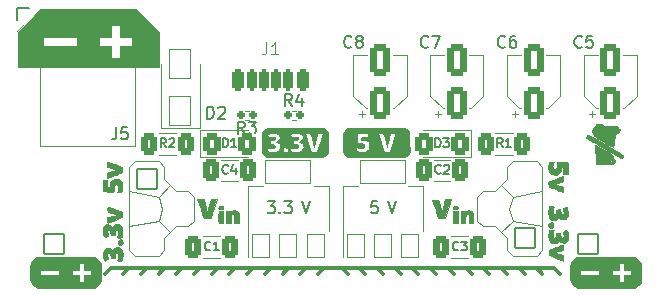
<source format=gbr>
%TF.GenerationSoftware,KiCad,Pcbnew,(7.0.0)*%
%TF.CreationDate,2023-03-29T15:29:01+01:00*%
%TF.ProjectId,MicroBBPS,4d696372-6f42-4425-9053-2e6b69636164,rev?*%
%TF.SameCoordinates,Original*%
%TF.FileFunction,Legend,Top*%
%TF.FilePolarity,Positive*%
%FSLAX46Y46*%
G04 Gerber Fmt 4.6, Leading zero omitted, Abs format (unit mm)*
G04 Created by KiCad (PCBNEW (7.0.0)) date 2023-03-29 15:29:01*
%MOMM*%
%LPD*%
G01*
G04 APERTURE LIST*
G04 Aperture macros list*
%AMRoundRect*
0 Rectangle with rounded corners*
0 $1 Rounding radius*
0 $2 $3 $4 $5 $6 $7 $8 $9 X,Y pos of 4 corners*
0 Add a 4 corners polygon primitive as box body*
4,1,4,$2,$3,$4,$5,$6,$7,$8,$9,$2,$3,0*
0 Add four circle primitives for the rounded corners*
1,1,$1+$1,$2,$3*
1,1,$1+$1,$4,$5*
1,1,$1+$1,$6,$7*
1,1,$1+$1,$8,$9*
0 Add four rect primitives between the rounded corners*
20,1,$1+$1,$2,$3,$4,$5,0*
20,1,$1+$1,$4,$5,$6,$7,0*
20,1,$1+$1,$6,$7,$8,$9,0*
20,1,$1+$1,$8,$9,$2,$3,0*%
G04 Aperture macros list end*
%ADD10C,0.350000*%
%ADD11C,0.200000*%
%ADD12C,0.150000*%
%ADD13C,0.100000*%
%ADD14C,0.120000*%
%ADD15C,0.010000*%
%ADD16RoundRect,0.299999X0.412501X0.650001X-0.412501X0.650001X-0.412501X-0.650001X0.412501X-0.650001X0*%
%ADD17RoundRect,0.299999X-0.412501X-0.650001X0.412501X-0.650001X0.412501X0.650001X-0.412501X0.650001X0*%
%ADD18RoundRect,0.300000X0.550000X-1.050000X0.550000X1.050000X-0.550000X1.050000X-0.550000X-1.050000X0*%
%ADD19RoundRect,0.300000X-0.462500X-0.625000X0.462500X-0.625000X0.462500X0.625000X-0.462500X0.625000X0*%
%ADD20RoundRect,0.050000X0.900000X-1.250000X0.900000X1.250000X-0.900000X1.250000X-0.900000X-1.250000X0*%
%ADD21RoundRect,0.300000X0.462500X0.625000X-0.462500X0.625000X-0.462500X-0.625000X0.462500X-0.625000X0*%
%ADD22C,2.800000*%
%ADD23RoundRect,0.050000X0.850000X0.850000X-0.850000X0.850000X-0.850000X-0.850000X0.850000X-0.850000X0*%
%ADD24O,1.800000X1.800000*%
%ADD25RoundRect,0.300000X-0.400000X-0.625000X0.400000X-0.625000X0.400000X0.625000X-0.400000X0.625000X0*%
%ADD26RoundRect,0.300000X0.400000X0.625000X-0.400000X0.625000X-0.400000X-0.625000X0.400000X-0.625000X0*%
%ADD27RoundRect,0.050000X0.750000X-1.000000X0.750000X1.000000X-0.750000X1.000000X-0.750000X-1.000000X0*%
%ADD28RoundRect,0.050000X1.900000X-1.000000X1.900000X1.000000X-1.900000X1.000000X-1.900000X-1.000000X0*%
%ADD29RoundRect,0.050000X-0.850000X-0.850000X0.850000X-0.850000X0.850000X0.850000X-0.850000X0.850000X0*%
%ADD30RoundRect,0.185000X-0.135000X-0.185000X0.135000X-0.185000X0.135000X0.185000X-0.135000X0.185000X0*%
%ADD31RoundRect,0.225000X0.175000X0.700000X-0.175000X0.700000X-0.175000X-0.700000X0.175000X-0.700000X0*%
%ADD32RoundRect,0.250000X0.200000X0.675000X-0.200000X0.675000X-0.200000X-0.675000X0.200000X-0.675000X0*%
%ADD33RoundRect,0.275000X0.225000X0.650000X-0.225000X0.650000X-0.225000X-0.650000X0.225000X-0.650000X0*%
%ADD34O,1.100000X1.850000*%
%ADD35O,1.100000X2.100000*%
%ADD36RoundRect,0.185000X0.135000X0.185000X-0.135000X0.185000X-0.135000X-0.185000X0.135000X-0.185000X0*%
%TA.AperFunction,Profile*%
%ADD37C,0.050000*%
%TD*%
G04 APERTURE END LIST*
D10*
X45000000Y-22000000D02*
X45500000Y-22000000D01*
X42500000Y-22000000D02*
X44000000Y-22000000D01*
X44000000Y-22000000D02*
X45000000Y-22000000D01*
X44000000Y-22000000D02*
X44500000Y-22500000D01*
X45500000Y-22000000D02*
X46000000Y-22500000D01*
X9500000Y-22000000D02*
X9000000Y-22500000D01*
X8000000Y-22000000D02*
X7500000Y-22500000D01*
X11000000Y-22000000D02*
X9500000Y-22000000D01*
X9500000Y-22000000D02*
X8000000Y-22000000D01*
X27000000Y-22000000D02*
X27500000Y-22000000D01*
X24500000Y-22000000D02*
X24000000Y-22500000D01*
X42000000Y-22000000D02*
X42500000Y-22000000D01*
X14000000Y-22000000D02*
X13500000Y-22500000D01*
X26000000Y-22000000D02*
X25500000Y-22500000D01*
X15500000Y-22000000D02*
X15000000Y-22500000D01*
X14000000Y-22000000D02*
X12500000Y-22000000D01*
X17000000Y-22000000D02*
X15500000Y-22000000D01*
X17000000Y-22000000D02*
X16500000Y-22500000D01*
X42500000Y-22000000D02*
X43000000Y-22500000D01*
X18500000Y-22000000D02*
X17000000Y-22000000D01*
X18500000Y-22000000D02*
X18000000Y-22500000D01*
X20000000Y-22000000D02*
X19500000Y-22500000D01*
X39500000Y-22000000D02*
X41000000Y-22000000D01*
X36000000Y-22000000D02*
X36500000Y-22000000D01*
X27500000Y-22000000D02*
X28000000Y-22500000D01*
X15500000Y-22000000D02*
X14000000Y-22000000D01*
X21500000Y-22000000D02*
X20000000Y-22000000D01*
X36500000Y-22000000D02*
X38000000Y-22000000D01*
X39500000Y-22000000D02*
X40000000Y-22500000D01*
X27500000Y-22000000D02*
X29000000Y-22000000D01*
D11*
X0Y0D02*
X1000000Y0D01*
D10*
X21500000Y-22000000D02*
X21000000Y-22500000D01*
X30500000Y-22000000D02*
X31000000Y-22500000D01*
X32000000Y-22000000D02*
X33000000Y-22000000D01*
D11*
X0Y0D02*
X0Y-1000000D01*
D10*
X23000000Y-22000000D02*
X21500000Y-22000000D01*
X33500000Y-22000000D02*
X35000000Y-22000000D01*
X33500000Y-22000000D02*
X34000000Y-22500000D01*
X27000000Y-22000000D02*
X26000000Y-22000000D01*
X30000000Y-22000000D02*
X30500000Y-22000000D01*
X23000000Y-22000000D02*
X22500000Y-22500000D01*
X26000000Y-22000000D02*
X24500000Y-22000000D01*
X41000000Y-22000000D02*
X42000000Y-22000000D01*
X33000000Y-22000000D02*
X33500000Y-22000000D01*
X38000000Y-22000000D02*
X38500000Y-22500000D01*
X35000000Y-22000000D02*
X36000000Y-22000000D01*
X24500000Y-22000000D02*
X23000000Y-22000000D01*
X30500000Y-22000000D02*
X32000000Y-22000000D01*
X11000000Y-22000000D02*
X10500000Y-22500000D01*
X29000000Y-22000000D02*
X30000000Y-22000000D01*
X36500000Y-22000000D02*
X37000000Y-22500000D01*
X32000000Y-22000000D02*
X32500000Y-22500000D01*
X38000000Y-22000000D02*
X39000000Y-22000000D01*
X20000000Y-22000000D02*
X18500000Y-22000000D01*
X29000000Y-22000000D02*
X29500000Y-22500000D01*
X35000000Y-22000000D02*
X35500000Y-22500000D01*
X39000000Y-22000000D02*
X39500000Y-22000000D01*
X12500000Y-22000000D02*
X11000000Y-22000000D01*
X12500000Y-22000000D02*
X12000000Y-22500000D01*
X41000000Y-22000000D02*
X41500000Y-22500000D01*
D12*
X30509523Y-16367380D02*
X30033333Y-16367380D01*
X30033333Y-16367380D02*
X29985714Y-16843571D01*
X29985714Y-16843571D02*
X30033333Y-16795952D01*
X30033333Y-16795952D02*
X30128571Y-16748333D01*
X30128571Y-16748333D02*
X30366666Y-16748333D01*
X30366666Y-16748333D02*
X30461904Y-16795952D01*
X30461904Y-16795952D02*
X30509523Y-16843571D01*
X30509523Y-16843571D02*
X30557142Y-16938809D01*
X30557142Y-16938809D02*
X30557142Y-17176904D01*
X30557142Y-17176904D02*
X30509523Y-17272142D01*
X30509523Y-17272142D02*
X30461904Y-17319761D01*
X30461904Y-17319761D02*
X30366666Y-17367380D01*
X30366666Y-17367380D02*
X30128571Y-17367380D01*
X30128571Y-17367380D02*
X30033333Y-17319761D01*
X30033333Y-17319761D02*
X29985714Y-17272142D01*
X31442857Y-16367380D02*
X31776190Y-17367380D01*
X31776190Y-17367380D02*
X32109523Y-16367380D01*
X21223810Y-16367380D02*
X21842857Y-16367380D01*
X21842857Y-16367380D02*
X21509524Y-16748333D01*
X21509524Y-16748333D02*
X21652381Y-16748333D01*
X21652381Y-16748333D02*
X21747619Y-16795952D01*
X21747619Y-16795952D02*
X21795238Y-16843571D01*
X21795238Y-16843571D02*
X21842857Y-16938809D01*
X21842857Y-16938809D02*
X21842857Y-17176904D01*
X21842857Y-17176904D02*
X21795238Y-17272142D01*
X21795238Y-17272142D02*
X21747619Y-17319761D01*
X21747619Y-17319761D02*
X21652381Y-17367380D01*
X21652381Y-17367380D02*
X21366667Y-17367380D01*
X21366667Y-17367380D02*
X21271429Y-17319761D01*
X21271429Y-17319761D02*
X21223810Y-17272142D01*
X22271429Y-17272142D02*
X22319048Y-17319761D01*
X22319048Y-17319761D02*
X22271429Y-17367380D01*
X22271429Y-17367380D02*
X22223810Y-17319761D01*
X22223810Y-17319761D02*
X22271429Y-17272142D01*
X22271429Y-17272142D02*
X22271429Y-17367380D01*
X22652381Y-16367380D02*
X23271428Y-16367380D01*
X23271428Y-16367380D02*
X22938095Y-16748333D01*
X22938095Y-16748333D02*
X23080952Y-16748333D01*
X23080952Y-16748333D02*
X23176190Y-16795952D01*
X23176190Y-16795952D02*
X23223809Y-16843571D01*
X23223809Y-16843571D02*
X23271428Y-16938809D01*
X23271428Y-16938809D02*
X23271428Y-17176904D01*
X23271428Y-17176904D02*
X23223809Y-17272142D01*
X23223809Y-17272142D02*
X23176190Y-17319761D01*
X23176190Y-17319761D02*
X23080952Y-17367380D01*
X23080952Y-17367380D02*
X22795238Y-17367380D01*
X22795238Y-17367380D02*
X22700000Y-17319761D01*
X22700000Y-17319761D02*
X22652381Y-17272142D01*
X24157143Y-16367380D02*
X24490476Y-17367380D01*
X24490476Y-17367380D02*
X24823809Y-16367380D01*
%TO.C,C1*%
X16374999Y-20454107D02*
X16339285Y-20489821D01*
X16339285Y-20489821D02*
X16232142Y-20525535D01*
X16232142Y-20525535D02*
X16160714Y-20525535D01*
X16160714Y-20525535D02*
X16053571Y-20489821D01*
X16053571Y-20489821D02*
X15982142Y-20418392D01*
X15982142Y-20418392D02*
X15946428Y-20346964D01*
X15946428Y-20346964D02*
X15910714Y-20204107D01*
X15910714Y-20204107D02*
X15910714Y-20096964D01*
X15910714Y-20096964D02*
X15946428Y-19954107D01*
X15946428Y-19954107D02*
X15982142Y-19882678D01*
X15982142Y-19882678D02*
X16053571Y-19811250D01*
X16053571Y-19811250D02*
X16160714Y-19775535D01*
X16160714Y-19775535D02*
X16232142Y-19775535D01*
X16232142Y-19775535D02*
X16339285Y-19811250D01*
X16339285Y-19811250D02*
X16374999Y-19846964D01*
X17089285Y-20525535D02*
X16660714Y-20525535D01*
X16874999Y-20525535D02*
X16874999Y-19775535D01*
X16874999Y-19775535D02*
X16803571Y-19882678D01*
X16803571Y-19882678D02*
X16732142Y-19954107D01*
X16732142Y-19954107D02*
X16660714Y-19989821D01*
%TO.C,C2*%
X35874999Y-13954107D02*
X35839285Y-13989821D01*
X35839285Y-13989821D02*
X35732142Y-14025535D01*
X35732142Y-14025535D02*
X35660714Y-14025535D01*
X35660714Y-14025535D02*
X35553571Y-13989821D01*
X35553571Y-13989821D02*
X35482142Y-13918392D01*
X35482142Y-13918392D02*
X35446428Y-13846964D01*
X35446428Y-13846964D02*
X35410714Y-13704107D01*
X35410714Y-13704107D02*
X35410714Y-13596964D01*
X35410714Y-13596964D02*
X35446428Y-13454107D01*
X35446428Y-13454107D02*
X35482142Y-13382678D01*
X35482142Y-13382678D02*
X35553571Y-13311250D01*
X35553571Y-13311250D02*
X35660714Y-13275535D01*
X35660714Y-13275535D02*
X35732142Y-13275535D01*
X35732142Y-13275535D02*
X35839285Y-13311250D01*
X35839285Y-13311250D02*
X35874999Y-13346964D01*
X36160714Y-13346964D02*
X36196428Y-13311250D01*
X36196428Y-13311250D02*
X36267857Y-13275535D01*
X36267857Y-13275535D02*
X36446428Y-13275535D01*
X36446428Y-13275535D02*
X36517857Y-13311250D01*
X36517857Y-13311250D02*
X36553571Y-13346964D01*
X36553571Y-13346964D02*
X36589285Y-13418392D01*
X36589285Y-13418392D02*
X36589285Y-13489821D01*
X36589285Y-13489821D02*
X36553571Y-13596964D01*
X36553571Y-13596964D02*
X36124999Y-14025535D01*
X36124999Y-14025535D02*
X36589285Y-14025535D01*
%TO.C,C3*%
X37374999Y-20454107D02*
X37339285Y-20489821D01*
X37339285Y-20489821D02*
X37232142Y-20525535D01*
X37232142Y-20525535D02*
X37160714Y-20525535D01*
X37160714Y-20525535D02*
X37053571Y-20489821D01*
X37053571Y-20489821D02*
X36982142Y-20418392D01*
X36982142Y-20418392D02*
X36946428Y-20346964D01*
X36946428Y-20346964D02*
X36910714Y-20204107D01*
X36910714Y-20204107D02*
X36910714Y-20096964D01*
X36910714Y-20096964D02*
X36946428Y-19954107D01*
X36946428Y-19954107D02*
X36982142Y-19882678D01*
X36982142Y-19882678D02*
X37053571Y-19811250D01*
X37053571Y-19811250D02*
X37160714Y-19775535D01*
X37160714Y-19775535D02*
X37232142Y-19775535D01*
X37232142Y-19775535D02*
X37339285Y-19811250D01*
X37339285Y-19811250D02*
X37374999Y-19846964D01*
X37624999Y-19775535D02*
X38089285Y-19775535D01*
X38089285Y-19775535D02*
X37839285Y-20061250D01*
X37839285Y-20061250D02*
X37946428Y-20061250D01*
X37946428Y-20061250D02*
X38017857Y-20096964D01*
X38017857Y-20096964D02*
X38053571Y-20132678D01*
X38053571Y-20132678D02*
X38089285Y-20204107D01*
X38089285Y-20204107D02*
X38089285Y-20382678D01*
X38089285Y-20382678D02*
X38053571Y-20454107D01*
X38053571Y-20454107D02*
X38017857Y-20489821D01*
X38017857Y-20489821D02*
X37946428Y-20525535D01*
X37946428Y-20525535D02*
X37732142Y-20525535D01*
X37732142Y-20525535D02*
X37660714Y-20489821D01*
X37660714Y-20489821D02*
X37624999Y-20454107D01*
%TO.C,C4*%
X17874999Y-13954107D02*
X17839285Y-13989821D01*
X17839285Y-13989821D02*
X17732142Y-14025535D01*
X17732142Y-14025535D02*
X17660714Y-14025535D01*
X17660714Y-14025535D02*
X17553571Y-13989821D01*
X17553571Y-13989821D02*
X17482142Y-13918392D01*
X17482142Y-13918392D02*
X17446428Y-13846964D01*
X17446428Y-13846964D02*
X17410714Y-13704107D01*
X17410714Y-13704107D02*
X17410714Y-13596964D01*
X17410714Y-13596964D02*
X17446428Y-13454107D01*
X17446428Y-13454107D02*
X17482142Y-13382678D01*
X17482142Y-13382678D02*
X17553571Y-13311250D01*
X17553571Y-13311250D02*
X17660714Y-13275535D01*
X17660714Y-13275535D02*
X17732142Y-13275535D01*
X17732142Y-13275535D02*
X17839285Y-13311250D01*
X17839285Y-13311250D02*
X17874999Y-13346964D01*
X18517857Y-13525535D02*
X18517857Y-14025535D01*
X18339285Y-13239821D02*
X18160714Y-13775535D01*
X18160714Y-13775535D02*
X18624999Y-13775535D01*
%TO.C,C5*%
X47833333Y-3272142D02*
X47785714Y-3319761D01*
X47785714Y-3319761D02*
X47642857Y-3367380D01*
X47642857Y-3367380D02*
X47547619Y-3367380D01*
X47547619Y-3367380D02*
X47404762Y-3319761D01*
X47404762Y-3319761D02*
X47309524Y-3224523D01*
X47309524Y-3224523D02*
X47261905Y-3129285D01*
X47261905Y-3129285D02*
X47214286Y-2938809D01*
X47214286Y-2938809D02*
X47214286Y-2795952D01*
X47214286Y-2795952D02*
X47261905Y-2605476D01*
X47261905Y-2605476D02*
X47309524Y-2510238D01*
X47309524Y-2510238D02*
X47404762Y-2415000D01*
X47404762Y-2415000D02*
X47547619Y-2367380D01*
X47547619Y-2367380D02*
X47642857Y-2367380D01*
X47642857Y-2367380D02*
X47785714Y-2415000D01*
X47785714Y-2415000D02*
X47833333Y-2462619D01*
X48738095Y-2367380D02*
X48261905Y-2367380D01*
X48261905Y-2367380D02*
X48214286Y-2843571D01*
X48214286Y-2843571D02*
X48261905Y-2795952D01*
X48261905Y-2795952D02*
X48357143Y-2748333D01*
X48357143Y-2748333D02*
X48595238Y-2748333D01*
X48595238Y-2748333D02*
X48690476Y-2795952D01*
X48690476Y-2795952D02*
X48738095Y-2843571D01*
X48738095Y-2843571D02*
X48785714Y-2938809D01*
X48785714Y-2938809D02*
X48785714Y-3176904D01*
X48785714Y-3176904D02*
X48738095Y-3272142D01*
X48738095Y-3272142D02*
X48690476Y-3319761D01*
X48690476Y-3319761D02*
X48595238Y-3367380D01*
X48595238Y-3367380D02*
X48357143Y-3367380D01*
X48357143Y-3367380D02*
X48261905Y-3319761D01*
X48261905Y-3319761D02*
X48214286Y-3272142D01*
%TO.C,C6*%
X41333333Y-3272142D02*
X41285714Y-3319761D01*
X41285714Y-3319761D02*
X41142857Y-3367380D01*
X41142857Y-3367380D02*
X41047619Y-3367380D01*
X41047619Y-3367380D02*
X40904762Y-3319761D01*
X40904762Y-3319761D02*
X40809524Y-3224523D01*
X40809524Y-3224523D02*
X40761905Y-3129285D01*
X40761905Y-3129285D02*
X40714286Y-2938809D01*
X40714286Y-2938809D02*
X40714286Y-2795952D01*
X40714286Y-2795952D02*
X40761905Y-2605476D01*
X40761905Y-2605476D02*
X40809524Y-2510238D01*
X40809524Y-2510238D02*
X40904762Y-2415000D01*
X40904762Y-2415000D02*
X41047619Y-2367380D01*
X41047619Y-2367380D02*
X41142857Y-2367380D01*
X41142857Y-2367380D02*
X41285714Y-2415000D01*
X41285714Y-2415000D02*
X41333333Y-2462619D01*
X42190476Y-2367380D02*
X42000000Y-2367380D01*
X42000000Y-2367380D02*
X41904762Y-2415000D01*
X41904762Y-2415000D02*
X41857143Y-2462619D01*
X41857143Y-2462619D02*
X41761905Y-2605476D01*
X41761905Y-2605476D02*
X41714286Y-2795952D01*
X41714286Y-2795952D02*
X41714286Y-3176904D01*
X41714286Y-3176904D02*
X41761905Y-3272142D01*
X41761905Y-3272142D02*
X41809524Y-3319761D01*
X41809524Y-3319761D02*
X41904762Y-3367380D01*
X41904762Y-3367380D02*
X42095238Y-3367380D01*
X42095238Y-3367380D02*
X42190476Y-3319761D01*
X42190476Y-3319761D02*
X42238095Y-3272142D01*
X42238095Y-3272142D02*
X42285714Y-3176904D01*
X42285714Y-3176904D02*
X42285714Y-2938809D01*
X42285714Y-2938809D02*
X42238095Y-2843571D01*
X42238095Y-2843571D02*
X42190476Y-2795952D01*
X42190476Y-2795952D02*
X42095238Y-2748333D01*
X42095238Y-2748333D02*
X41904762Y-2748333D01*
X41904762Y-2748333D02*
X41809524Y-2795952D01*
X41809524Y-2795952D02*
X41761905Y-2843571D01*
X41761905Y-2843571D02*
X41714286Y-2938809D01*
%TO.C,C7*%
X34833333Y-3272142D02*
X34785714Y-3319761D01*
X34785714Y-3319761D02*
X34642857Y-3367380D01*
X34642857Y-3367380D02*
X34547619Y-3367380D01*
X34547619Y-3367380D02*
X34404762Y-3319761D01*
X34404762Y-3319761D02*
X34309524Y-3224523D01*
X34309524Y-3224523D02*
X34261905Y-3129285D01*
X34261905Y-3129285D02*
X34214286Y-2938809D01*
X34214286Y-2938809D02*
X34214286Y-2795952D01*
X34214286Y-2795952D02*
X34261905Y-2605476D01*
X34261905Y-2605476D02*
X34309524Y-2510238D01*
X34309524Y-2510238D02*
X34404762Y-2415000D01*
X34404762Y-2415000D02*
X34547619Y-2367380D01*
X34547619Y-2367380D02*
X34642857Y-2367380D01*
X34642857Y-2367380D02*
X34785714Y-2415000D01*
X34785714Y-2415000D02*
X34833333Y-2462619D01*
X35166667Y-2367380D02*
X35833333Y-2367380D01*
X35833333Y-2367380D02*
X35404762Y-3367380D01*
%TO.C,C8*%
X28333333Y-3272142D02*
X28285714Y-3319761D01*
X28285714Y-3319761D02*
X28142857Y-3367380D01*
X28142857Y-3367380D02*
X28047619Y-3367380D01*
X28047619Y-3367380D02*
X27904762Y-3319761D01*
X27904762Y-3319761D02*
X27809524Y-3224523D01*
X27809524Y-3224523D02*
X27761905Y-3129285D01*
X27761905Y-3129285D02*
X27714286Y-2938809D01*
X27714286Y-2938809D02*
X27714286Y-2795952D01*
X27714286Y-2795952D02*
X27761905Y-2605476D01*
X27761905Y-2605476D02*
X27809524Y-2510238D01*
X27809524Y-2510238D02*
X27904762Y-2415000D01*
X27904762Y-2415000D02*
X28047619Y-2367380D01*
X28047619Y-2367380D02*
X28142857Y-2367380D01*
X28142857Y-2367380D02*
X28285714Y-2415000D01*
X28285714Y-2415000D02*
X28333333Y-2462619D01*
X28904762Y-2795952D02*
X28809524Y-2748333D01*
X28809524Y-2748333D02*
X28761905Y-2700714D01*
X28761905Y-2700714D02*
X28714286Y-2605476D01*
X28714286Y-2605476D02*
X28714286Y-2557857D01*
X28714286Y-2557857D02*
X28761905Y-2462619D01*
X28761905Y-2462619D02*
X28809524Y-2415000D01*
X28809524Y-2415000D02*
X28904762Y-2367380D01*
X28904762Y-2367380D02*
X29095238Y-2367380D01*
X29095238Y-2367380D02*
X29190476Y-2415000D01*
X29190476Y-2415000D02*
X29238095Y-2462619D01*
X29238095Y-2462619D02*
X29285714Y-2557857D01*
X29285714Y-2557857D02*
X29285714Y-2605476D01*
X29285714Y-2605476D02*
X29238095Y-2700714D01*
X29238095Y-2700714D02*
X29190476Y-2748333D01*
X29190476Y-2748333D02*
X29095238Y-2795952D01*
X29095238Y-2795952D02*
X28904762Y-2795952D01*
X28904762Y-2795952D02*
X28809524Y-2843571D01*
X28809524Y-2843571D02*
X28761905Y-2891190D01*
X28761905Y-2891190D02*
X28714286Y-2986428D01*
X28714286Y-2986428D02*
X28714286Y-3176904D01*
X28714286Y-3176904D02*
X28761905Y-3272142D01*
X28761905Y-3272142D02*
X28809524Y-3319761D01*
X28809524Y-3319761D02*
X28904762Y-3367380D01*
X28904762Y-3367380D02*
X29095238Y-3367380D01*
X29095238Y-3367380D02*
X29190476Y-3319761D01*
X29190476Y-3319761D02*
X29238095Y-3272142D01*
X29238095Y-3272142D02*
X29285714Y-3176904D01*
X29285714Y-3176904D02*
X29285714Y-2986428D01*
X29285714Y-2986428D02*
X29238095Y-2891190D01*
X29238095Y-2891190D02*
X29190476Y-2843571D01*
X29190476Y-2843571D02*
X29095238Y-2795952D01*
%TO.C,D1*%
X17446428Y-11775535D02*
X17446428Y-11025535D01*
X17446428Y-11025535D02*
X17624999Y-11025535D01*
X17624999Y-11025535D02*
X17732142Y-11061250D01*
X17732142Y-11061250D02*
X17803571Y-11132678D01*
X17803571Y-11132678D02*
X17839285Y-11204107D01*
X17839285Y-11204107D02*
X17874999Y-11346964D01*
X17874999Y-11346964D02*
X17874999Y-11454107D01*
X17874999Y-11454107D02*
X17839285Y-11596964D01*
X17839285Y-11596964D02*
X17803571Y-11668392D01*
X17803571Y-11668392D02*
X17732142Y-11739821D01*
X17732142Y-11739821D02*
X17624999Y-11775535D01*
X17624999Y-11775535D02*
X17446428Y-11775535D01*
X18589285Y-11775535D02*
X18160714Y-11775535D01*
X18374999Y-11775535D02*
X18374999Y-11025535D01*
X18374999Y-11025535D02*
X18303571Y-11132678D01*
X18303571Y-11132678D02*
X18232142Y-11204107D01*
X18232142Y-11204107D02*
X18160714Y-11239821D01*
%TO.C,D2*%
X16111905Y-9367380D02*
X16111905Y-8367380D01*
X16111905Y-8367380D02*
X16350000Y-8367380D01*
X16350000Y-8367380D02*
X16492857Y-8415000D01*
X16492857Y-8415000D02*
X16588095Y-8510238D01*
X16588095Y-8510238D02*
X16635714Y-8605476D01*
X16635714Y-8605476D02*
X16683333Y-8795952D01*
X16683333Y-8795952D02*
X16683333Y-8938809D01*
X16683333Y-8938809D02*
X16635714Y-9129285D01*
X16635714Y-9129285D02*
X16588095Y-9224523D01*
X16588095Y-9224523D02*
X16492857Y-9319761D01*
X16492857Y-9319761D02*
X16350000Y-9367380D01*
X16350000Y-9367380D02*
X16111905Y-9367380D01*
X17064286Y-8462619D02*
X17111905Y-8415000D01*
X17111905Y-8415000D02*
X17207143Y-8367380D01*
X17207143Y-8367380D02*
X17445238Y-8367380D01*
X17445238Y-8367380D02*
X17540476Y-8415000D01*
X17540476Y-8415000D02*
X17588095Y-8462619D01*
X17588095Y-8462619D02*
X17635714Y-8557857D01*
X17635714Y-8557857D02*
X17635714Y-8653095D01*
X17635714Y-8653095D02*
X17588095Y-8795952D01*
X17588095Y-8795952D02*
X17016667Y-9367380D01*
X17016667Y-9367380D02*
X17635714Y-9367380D01*
%TO.C,D3*%
X35446428Y-11775535D02*
X35446428Y-11025535D01*
X35446428Y-11025535D02*
X35624999Y-11025535D01*
X35624999Y-11025535D02*
X35732142Y-11061250D01*
X35732142Y-11061250D02*
X35803571Y-11132678D01*
X35803571Y-11132678D02*
X35839285Y-11204107D01*
X35839285Y-11204107D02*
X35874999Y-11346964D01*
X35874999Y-11346964D02*
X35874999Y-11454107D01*
X35874999Y-11454107D02*
X35839285Y-11596964D01*
X35839285Y-11596964D02*
X35803571Y-11668392D01*
X35803571Y-11668392D02*
X35732142Y-11739821D01*
X35732142Y-11739821D02*
X35624999Y-11775535D01*
X35624999Y-11775535D02*
X35446428Y-11775535D01*
X36124999Y-11025535D02*
X36589285Y-11025535D01*
X36589285Y-11025535D02*
X36339285Y-11311250D01*
X36339285Y-11311250D02*
X36446428Y-11311250D01*
X36446428Y-11311250D02*
X36517857Y-11346964D01*
X36517857Y-11346964D02*
X36553571Y-11382678D01*
X36553571Y-11382678D02*
X36589285Y-11454107D01*
X36589285Y-11454107D02*
X36589285Y-11632678D01*
X36589285Y-11632678D02*
X36553571Y-11704107D01*
X36553571Y-11704107D02*
X36517857Y-11739821D01*
X36517857Y-11739821D02*
X36446428Y-11775535D01*
X36446428Y-11775535D02*
X36232142Y-11775535D01*
X36232142Y-11775535D02*
X36160714Y-11739821D01*
X36160714Y-11739821D02*
X36124999Y-11704107D01*
%TO.C,J5*%
X8416666Y-10117380D02*
X8416666Y-10831666D01*
X8416666Y-10831666D02*
X8369047Y-10974523D01*
X8369047Y-10974523D02*
X8273809Y-11069761D01*
X8273809Y-11069761D02*
X8130952Y-11117380D01*
X8130952Y-11117380D02*
X8035714Y-11117380D01*
X9369047Y-10117380D02*
X8892857Y-10117380D01*
X8892857Y-10117380D02*
X8845238Y-10593571D01*
X8845238Y-10593571D02*
X8892857Y-10545952D01*
X8892857Y-10545952D02*
X8988095Y-10498333D01*
X8988095Y-10498333D02*
X9226190Y-10498333D01*
X9226190Y-10498333D02*
X9321428Y-10545952D01*
X9321428Y-10545952D02*
X9369047Y-10593571D01*
X9369047Y-10593571D02*
X9416666Y-10688809D01*
X9416666Y-10688809D02*
X9416666Y-10926904D01*
X9416666Y-10926904D02*
X9369047Y-11022142D01*
X9369047Y-11022142D02*
X9321428Y-11069761D01*
X9321428Y-11069761D02*
X9226190Y-11117380D01*
X9226190Y-11117380D02*
X8988095Y-11117380D01*
X8988095Y-11117380D02*
X8892857Y-11069761D01*
X8892857Y-11069761D02*
X8845238Y-11022142D01*
%TO.C,R1*%
X41124999Y-11775535D02*
X40874999Y-11418392D01*
X40696428Y-11775535D02*
X40696428Y-11025535D01*
X40696428Y-11025535D02*
X40982142Y-11025535D01*
X40982142Y-11025535D02*
X41053571Y-11061250D01*
X41053571Y-11061250D02*
X41089285Y-11096964D01*
X41089285Y-11096964D02*
X41124999Y-11168392D01*
X41124999Y-11168392D02*
X41124999Y-11275535D01*
X41124999Y-11275535D02*
X41089285Y-11346964D01*
X41089285Y-11346964D02*
X41053571Y-11382678D01*
X41053571Y-11382678D02*
X40982142Y-11418392D01*
X40982142Y-11418392D02*
X40696428Y-11418392D01*
X41839285Y-11775535D02*
X41410714Y-11775535D01*
X41624999Y-11775535D02*
X41624999Y-11025535D01*
X41624999Y-11025535D02*
X41553571Y-11132678D01*
X41553571Y-11132678D02*
X41482142Y-11204107D01*
X41482142Y-11204107D02*
X41410714Y-11239821D01*
%TO.C,R2*%
X12624999Y-11775535D02*
X12374999Y-11418392D01*
X12196428Y-11775535D02*
X12196428Y-11025535D01*
X12196428Y-11025535D02*
X12482142Y-11025535D01*
X12482142Y-11025535D02*
X12553571Y-11061250D01*
X12553571Y-11061250D02*
X12589285Y-11096964D01*
X12589285Y-11096964D02*
X12624999Y-11168392D01*
X12624999Y-11168392D02*
X12624999Y-11275535D01*
X12624999Y-11275535D02*
X12589285Y-11346964D01*
X12589285Y-11346964D02*
X12553571Y-11382678D01*
X12553571Y-11382678D02*
X12482142Y-11418392D01*
X12482142Y-11418392D02*
X12196428Y-11418392D01*
X12910714Y-11096964D02*
X12946428Y-11061250D01*
X12946428Y-11061250D02*
X13017857Y-11025535D01*
X13017857Y-11025535D02*
X13196428Y-11025535D01*
X13196428Y-11025535D02*
X13267857Y-11061250D01*
X13267857Y-11061250D02*
X13303571Y-11096964D01*
X13303571Y-11096964D02*
X13339285Y-11168392D01*
X13339285Y-11168392D02*
X13339285Y-11239821D01*
X13339285Y-11239821D02*
X13303571Y-11346964D01*
X13303571Y-11346964D02*
X12874999Y-11775535D01*
X12874999Y-11775535D02*
X13339285Y-11775535D01*
%TO.C,R4*%
X23296333Y-8301380D02*
X22963000Y-7825190D01*
X22724905Y-8301380D02*
X22724905Y-7301380D01*
X22724905Y-7301380D02*
X23105857Y-7301380D01*
X23105857Y-7301380D02*
X23201095Y-7349000D01*
X23201095Y-7349000D02*
X23248714Y-7396619D01*
X23248714Y-7396619D02*
X23296333Y-7491857D01*
X23296333Y-7491857D02*
X23296333Y-7634714D01*
X23296333Y-7634714D02*
X23248714Y-7729952D01*
X23248714Y-7729952D02*
X23201095Y-7777571D01*
X23201095Y-7777571D02*
X23105857Y-7825190D01*
X23105857Y-7825190D02*
X22724905Y-7825190D01*
X24153476Y-7634714D02*
X24153476Y-8301380D01*
X23915381Y-7253761D02*
X23677286Y-7968047D01*
X23677286Y-7968047D02*
X24296333Y-7968047D01*
D13*
%TO.C,J1*%
X21129666Y-2923380D02*
X21129666Y-3637666D01*
X21129666Y-3637666D02*
X21082047Y-3780523D01*
X21082047Y-3780523D02*
X20986809Y-3875761D01*
X20986809Y-3875761D02*
X20843952Y-3923380D01*
X20843952Y-3923380D02*
X20748714Y-3923380D01*
X22129666Y-3923380D02*
X21558238Y-3923380D01*
X21843952Y-3923380D02*
X21843952Y-2923380D01*
X21843952Y-2923380D02*
X21748714Y-3066238D01*
X21748714Y-3066238D02*
X21653476Y-3161476D01*
X21653476Y-3161476D02*
X21558238Y-3209095D01*
D12*
%TO.C,R3*%
X19296333Y-10641380D02*
X18963000Y-10165190D01*
X18724905Y-10641380D02*
X18724905Y-9641380D01*
X18724905Y-9641380D02*
X19105857Y-9641380D01*
X19105857Y-9641380D02*
X19201095Y-9689000D01*
X19201095Y-9689000D02*
X19248714Y-9736619D01*
X19248714Y-9736619D02*
X19296333Y-9831857D01*
X19296333Y-9831857D02*
X19296333Y-9974714D01*
X19296333Y-9974714D02*
X19248714Y-10069952D01*
X19248714Y-10069952D02*
X19201095Y-10117571D01*
X19201095Y-10117571D02*
X19105857Y-10165190D01*
X19105857Y-10165190D02*
X18724905Y-10165190D01*
X19629667Y-9641380D02*
X20248714Y-9641380D01*
X20248714Y-9641380D02*
X19915381Y-10022333D01*
X19915381Y-10022333D02*
X20058238Y-10022333D01*
X20058238Y-10022333D02*
X20153476Y-10069952D01*
X20153476Y-10069952D02*
X20201095Y-10117571D01*
X20201095Y-10117571D02*
X20248714Y-10212809D01*
X20248714Y-10212809D02*
X20248714Y-10450904D01*
X20248714Y-10450904D02*
X20201095Y-10546142D01*
X20201095Y-10546142D02*
X20153476Y-10593761D01*
X20153476Y-10593761D02*
X20058238Y-10641380D01*
X20058238Y-10641380D02*
X19772524Y-10641380D01*
X19772524Y-10641380D02*
X19677286Y-10593761D01*
X19677286Y-10593761D02*
X19629667Y-10546142D01*
D14*
%TO.C,C1*%
X17211252Y-21160000D02*
X15788748Y-21160000D01*
X17211252Y-19340000D02*
X15788748Y-19340000D01*
%TO.C,C2*%
X35288748Y-12840000D02*
X36711252Y-12840000D01*
X35288748Y-14660000D02*
X36711252Y-14660000D01*
%TO.C,C3*%
X36788748Y-19340000D02*
X38211252Y-19340000D01*
X36788748Y-21160000D02*
X38211252Y-21160000D01*
%TO.C,C4*%
X18711252Y-14660000D02*
X17288748Y-14660000D01*
X18711252Y-12840000D02*
X17288748Y-12840000D01*
%TO.C,C5*%
X48690000Y-9250000D02*
X48690000Y-8750000D01*
X48440000Y-9000000D02*
X48940000Y-9000000D01*
X49054437Y-8510000D02*
X49190000Y-8510000D01*
X49054437Y-8510000D02*
X47990000Y-7445563D01*
X51445563Y-8510000D02*
X51310000Y-8510000D01*
X51445563Y-8510000D02*
X52510000Y-7445563D01*
X47990000Y-7445563D02*
X47990000Y-3990000D01*
X52510000Y-7445563D02*
X52510000Y-3990000D01*
X47990000Y-3990000D02*
X49190000Y-3990000D01*
X52510000Y-3990000D02*
X51310000Y-3990000D01*
%TO.C,C6*%
X42190000Y-9250000D02*
X42190000Y-8750000D01*
X41940000Y-9000000D02*
X42440000Y-9000000D01*
X42554437Y-8510000D02*
X42690000Y-8510000D01*
X42554437Y-8510000D02*
X41490000Y-7445563D01*
X44945563Y-8510000D02*
X44810000Y-8510000D01*
X44945563Y-8510000D02*
X46010000Y-7445563D01*
X41490000Y-7445563D02*
X41490000Y-3990000D01*
X46010000Y-7445563D02*
X46010000Y-3990000D01*
X41490000Y-3990000D02*
X42690000Y-3990000D01*
X46010000Y-3990000D02*
X44810000Y-3990000D01*
%TO.C,C7*%
X35690000Y-9250000D02*
X35690000Y-8750000D01*
X35440000Y-9000000D02*
X35940000Y-9000000D01*
X36054437Y-8510000D02*
X36190000Y-8510000D01*
X36054437Y-8510000D02*
X34990000Y-7445563D01*
X38445563Y-8510000D02*
X38310000Y-8510000D01*
X38445563Y-8510000D02*
X39510000Y-7445563D01*
X34990000Y-7445563D02*
X34990000Y-3990000D01*
X39510000Y-7445563D02*
X39510000Y-3990000D01*
X34990000Y-3990000D02*
X36190000Y-3990000D01*
X39510000Y-3990000D02*
X38310000Y-3990000D01*
%TO.C,C8*%
X29190000Y-9250000D02*
X29190000Y-8750000D01*
X28940000Y-9000000D02*
X29440000Y-9000000D01*
X29554437Y-8510000D02*
X29690000Y-8510000D01*
X29554437Y-8510000D02*
X28490000Y-7445563D01*
X31945563Y-8510000D02*
X31810000Y-8510000D01*
X31945563Y-8510000D02*
X33010000Y-7445563D01*
X28490000Y-7445563D02*
X28490000Y-3990000D01*
X33010000Y-7445563D02*
X33010000Y-3990000D01*
X28490000Y-3990000D02*
X29690000Y-3990000D01*
X33010000Y-3990000D02*
X31810000Y-3990000D01*
%TO.C,D1*%
X15540000Y-10365000D02*
X15540000Y-12635000D01*
X15540000Y-12635000D02*
X19600000Y-12635000D01*
X19600000Y-10365000D02*
X15540000Y-10365000D01*
%TO.C,D2*%
X12200000Y-10150000D02*
X15500000Y-10150000D01*
X12200000Y-10150000D02*
X12200000Y-4750000D01*
X15500000Y-10150000D02*
X15500000Y-4750000D01*
%TO.C,D3*%
X38460000Y-12635000D02*
X38460000Y-10365000D01*
X38460000Y-10365000D02*
X34400000Y-10365000D01*
X34400000Y-12635000D02*
X38460000Y-12635000D01*
%TO.C,J5*%
X10000000Y-11700000D02*
X2000000Y-11700000D01*
X10000000Y-4400000D02*
X10000000Y-11700000D01*
X6000000Y-4400000D02*
X10000000Y-4400000D01*
X6000000Y-4400000D02*
X2000000Y-4400000D01*
X2000000Y-4400000D02*
X2000000Y-11700000D01*
%TO.C,J8*%
X42000000Y-21000000D02*
X44000000Y-21000000D01*
X44000000Y-21000000D02*
X44500000Y-20500000D01*
X41500000Y-20500000D02*
X42000000Y-21000000D01*
X44500000Y-20500000D02*
X44500000Y-17000000D01*
X41500000Y-19500000D02*
X41500000Y-20500000D01*
X41000000Y-19000000D02*
X41500000Y-19500000D01*
X41000000Y-19000000D02*
X42000000Y-18000000D01*
X39500000Y-18500000D02*
X39000000Y-18000000D01*
X40000000Y-18500000D02*
X39500000Y-18500000D01*
X40000000Y-18500000D02*
X40500000Y-18500000D01*
X40500000Y-18500000D02*
X41000000Y-19000000D01*
X39000000Y-18000000D02*
X39000000Y-17000000D01*
X42000000Y-18000000D02*
X44500000Y-18500000D01*
X42000000Y-18000000D02*
X41700000Y-17000000D01*
X39000000Y-17000000D02*
X39000000Y-16000000D01*
X41700000Y-17000000D02*
X42000000Y-16000000D01*
X39000000Y-16000000D02*
X39500000Y-15500000D01*
X42000000Y-16000000D02*
X44500000Y-15500000D01*
X39500000Y-15500000D02*
X40500000Y-15500000D01*
X40500000Y-15500000D02*
X41500000Y-14500000D01*
X41000000Y-15000000D02*
X42000000Y-16000000D01*
X41500000Y-14500000D02*
X41500000Y-13500000D01*
X41500000Y-13500000D02*
X42000000Y-13000000D01*
X44500000Y-13500000D02*
X44500000Y-17000000D01*
X42000000Y-13000000D02*
X44000000Y-13000000D01*
X44000000Y-13000000D02*
X44500000Y-13500000D01*
%TO.C,R1*%
X40522936Y-10590000D02*
X41977064Y-10590000D01*
X40522936Y-12410000D02*
X41977064Y-12410000D01*
%TO.C,R2*%
X13477064Y-12410000D02*
X12022936Y-12410000D01*
X13477064Y-10590000D02*
X12022936Y-10590000D01*
%TO.C,U1*%
X27590000Y-21100000D02*
X27590000Y-15090000D01*
X34410000Y-18850000D02*
X34410000Y-15090000D01*
X27590000Y-15090000D02*
X28850000Y-15090000D01*
X34410000Y-15090000D02*
X33150000Y-15090000D01*
%TO.C,U3*%
X19590000Y-21100000D02*
X19590000Y-15090000D01*
X26410000Y-18850000D02*
X26410000Y-15090000D01*
X19590000Y-15090000D02*
X20850000Y-15090000D01*
X26410000Y-15090000D02*
X25150000Y-15090000D01*
%TO.C,J9*%
X12000000Y-13000000D02*
X10000000Y-13000000D01*
X10000000Y-13000000D02*
X9500000Y-13500000D01*
X12500000Y-13500000D02*
X12000000Y-13000000D01*
X9500000Y-13500000D02*
X9500000Y-17000000D01*
X12500000Y-14500000D02*
X12500000Y-13500000D01*
X13000000Y-15000000D02*
X12500000Y-14500000D01*
X13000000Y-15000000D02*
X12000000Y-16000000D01*
X14500000Y-15500000D02*
X15000000Y-16000000D01*
X14000000Y-15500000D02*
X14500000Y-15500000D01*
X14000000Y-15500000D02*
X13500000Y-15500000D01*
X13500000Y-15500000D02*
X13000000Y-15000000D01*
X15000000Y-16000000D02*
X15000000Y-17000000D01*
X12000000Y-16000000D02*
X9500000Y-15500000D01*
X12000000Y-16000000D02*
X12300000Y-17000000D01*
X15000000Y-17000000D02*
X15000000Y-18000000D01*
X12300000Y-17000000D02*
X12000000Y-18000000D01*
X15000000Y-18000000D02*
X14500000Y-18500000D01*
X12000000Y-18000000D02*
X9500000Y-18500000D01*
X14500000Y-18500000D02*
X13500000Y-18500000D01*
X13500000Y-18500000D02*
X12500000Y-19500000D01*
X13000000Y-19000000D02*
X12000000Y-18000000D01*
X12500000Y-19500000D02*
X12500000Y-20500000D01*
X12500000Y-20500000D02*
X12000000Y-21000000D01*
X9500000Y-20500000D02*
X9500000Y-17000000D01*
X12000000Y-21000000D02*
X10000000Y-21000000D01*
X10000000Y-21000000D02*
X9500000Y-20500000D01*
%TO.C,G\u002A\u002A\u002A*%
G36*
X17475000Y-18223000D02*
G01*
X17283702Y-18223000D01*
X17170044Y-18219218D01*
X17103040Y-18207491D01*
X17079934Y-18190501D01*
X17076411Y-18155970D01*
X17073986Y-18079042D01*
X17072748Y-17968112D01*
X17072785Y-17831574D01*
X17074186Y-17677821D01*
X17074381Y-17663451D01*
X17081300Y-17168900D01*
X17278150Y-17161481D01*
X17475000Y-17154063D01*
X17475000Y-18223000D01*
G37*
D15*
X17475000Y-18223000D02*
X17283702Y-18223000D01*
X17170044Y-18219218D01*
X17103040Y-18207491D01*
X17079934Y-18190501D01*
X17076411Y-18155970D01*
X17073986Y-18079042D01*
X17072748Y-17968112D01*
X17072785Y-17831574D01*
X17074186Y-17677821D01*
X17074381Y-17663451D01*
X17081300Y-17168900D01*
X17278150Y-17161481D01*
X17475000Y-17154063D01*
X17475000Y-18223000D01*
G36*
X37337800Y-18223000D02*
G01*
X37146502Y-18223000D01*
X37032844Y-18219218D01*
X36965840Y-18207491D01*
X36942734Y-18190501D01*
X36939211Y-18155970D01*
X36936786Y-18079042D01*
X36935548Y-17968112D01*
X36935585Y-17831574D01*
X36936986Y-17677821D01*
X36937181Y-17663451D01*
X36944100Y-17168900D01*
X37140950Y-17161481D01*
X37337800Y-17154063D01*
X37337800Y-18223000D01*
G37*
X37337800Y-18223000D02*
X37146502Y-18223000D01*
X37032844Y-18219218D01*
X36965840Y-18207491D01*
X36942734Y-18190501D01*
X36939211Y-18155970D01*
X36936786Y-18079042D01*
X36935548Y-17968112D01*
X36935585Y-17831574D01*
X36936986Y-17677821D01*
X36937181Y-17663451D01*
X36944100Y-17168900D01*
X37140950Y-17161481D01*
X37337800Y-17154063D01*
X37337800Y-18223000D01*
G36*
X37250479Y-16761523D02*
G01*
X37309604Y-16793175D01*
X37333811Y-16833939D01*
X37337800Y-16886389D01*
X37323656Y-16973263D01*
X37277546Y-17026805D01*
X37193949Y-17051575D01*
X37134225Y-17054600D01*
X37051064Y-17049356D01*
X37000486Y-17029589D01*
X36970940Y-16998148D01*
X36937221Y-16917242D01*
X36946353Y-16844018D01*
X36990393Y-16785200D01*
X37061401Y-16747509D01*
X37151435Y-16737668D01*
X37250479Y-16761523D01*
G37*
X37250479Y-16761523D02*
X37309604Y-16793175D01*
X37333811Y-16833939D01*
X37337800Y-16886389D01*
X37323656Y-16973263D01*
X37277546Y-17026805D01*
X37193949Y-17051575D01*
X37134225Y-17054600D01*
X37051064Y-17049356D01*
X37000486Y-17029589D01*
X36970940Y-16998148D01*
X36937221Y-16917242D01*
X36946353Y-16844018D01*
X36990393Y-16785200D01*
X37061401Y-16747509D01*
X37151435Y-16737668D01*
X37250479Y-16761523D01*
G36*
X17381684Y-16758383D02*
G01*
X17442675Y-16793956D01*
X17455044Y-16808539D01*
X17473686Y-16874991D01*
X17466434Y-16952940D01*
X17436064Y-17013687D01*
X17435085Y-17014685D01*
X17376156Y-17044383D01*
X17291699Y-17055638D01*
X17203022Y-17048880D01*
X17131431Y-17024538D01*
X17110636Y-17008149D01*
X17070700Y-16933575D01*
X17075775Y-16858164D01*
X17121354Y-16792416D01*
X17202929Y-16746829D01*
X17225587Y-16740469D01*
X17301563Y-16738252D01*
X17381684Y-16758383D01*
G37*
X17381684Y-16758383D02*
X17442675Y-16793956D01*
X17455044Y-16808539D01*
X17473686Y-16874991D01*
X17466434Y-16952940D01*
X17436064Y-17013687D01*
X17435085Y-17014685D01*
X17376156Y-17044383D01*
X17291699Y-17055638D01*
X17203022Y-17048880D01*
X17131431Y-17024538D01*
X17110636Y-17008149D01*
X17070700Y-16933575D01*
X17075775Y-16858164D01*
X17121354Y-16792416D01*
X17202929Y-16746829D01*
X17225587Y-16740469D01*
X17301563Y-16738252D01*
X17381684Y-16758383D01*
G36*
X8832441Y-19617086D02*
G01*
X8889490Y-19666587D01*
X8891801Y-19668893D01*
X8942458Y-19726371D01*
X8962078Y-19776909D01*
X8959506Y-19845032D01*
X8958396Y-19853553D01*
X8924012Y-19960413D01*
X8858914Y-20032623D01*
X8770899Y-20065090D01*
X8667762Y-20052722D01*
X8658520Y-20049429D01*
X8588427Y-19997280D01*
X8545760Y-19908001D01*
X8534200Y-19812118D01*
X8555955Y-19712145D01*
X8618185Y-19640883D01*
X8716333Y-19603530D01*
X8717171Y-19603395D01*
X8782664Y-19598896D01*
X8832441Y-19617086D01*
G37*
X8832441Y-19617086D02*
X8889490Y-19666587D01*
X8891801Y-19668893D01*
X8942458Y-19726371D01*
X8962078Y-19776909D01*
X8959506Y-19845032D01*
X8958396Y-19853553D01*
X8924012Y-19960413D01*
X8858914Y-20032623D01*
X8770899Y-20065090D01*
X8667762Y-20052722D01*
X8658520Y-20049429D01*
X8588427Y-19997280D01*
X8545760Y-19908001D01*
X8534200Y-19812118D01*
X8555955Y-19712145D01*
X8618185Y-19640883D01*
X8716333Y-19603530D01*
X8717171Y-19603395D01*
X8782664Y-19598896D01*
X8832441Y-19617086D01*
G36*
X45281239Y-18162575D02*
G01*
X45348074Y-18199443D01*
X45390210Y-18241602D01*
X45410002Y-18293627D01*
X45414999Y-18375572D01*
X45415000Y-18377243D01*
X45400519Y-18489707D01*
X45355553Y-18562540D01*
X45277820Y-18598362D01*
X45218150Y-18603227D01*
X45142913Y-18596116D01*
X45084418Y-18579732D01*
X45079449Y-18577125D01*
X45038823Y-18529415D01*
X45009638Y-18451569D01*
X44997911Y-18363959D01*
X45001889Y-18314484D01*
X45039442Y-18238107D01*
X45109554Y-18177704D01*
X45194006Y-18147832D01*
X45211800Y-18146800D01*
X45281239Y-18162575D01*
G37*
X45281239Y-18162575D02*
X45348074Y-18199443D01*
X45390210Y-18241602D01*
X45410002Y-18293627D01*
X45414999Y-18375572D01*
X45415000Y-18377243D01*
X45400519Y-18489707D01*
X45355553Y-18562540D01*
X45277820Y-18598362D01*
X45218150Y-18603227D01*
X45142913Y-18596116D01*
X45084418Y-18579732D01*
X45079449Y-18577125D01*
X45038823Y-18529415D01*
X45009638Y-18451569D01*
X44997911Y-18363959D01*
X45001889Y-18314484D01*
X45039442Y-18238107D01*
X45109554Y-18177704D01*
X45194006Y-18147832D01*
X45211800Y-18146800D01*
X45281239Y-18162575D01*
G36*
X-200Y-2004858D02*
G01*
X1993938Y-11200D01*
X9994938Y-11200D01*
X11004469Y-1020967D01*
X12014000Y-2030735D01*
X12014000Y-5015000D01*
X-200Y-5015000D01*
X-200Y-3186200D01*
X2235000Y-3186200D01*
X5054400Y-3186200D01*
X5054400Y-2449600D01*
X6959400Y-2449600D01*
X6959400Y-3185148D01*
X7988100Y-3198900D01*
X7994986Y-3700550D01*
X8001873Y-4202200D01*
X8737400Y-4202200D01*
X8737400Y-3186200D01*
X9778800Y-3186200D01*
X9778800Y-2449600D01*
X8737400Y-2449600D01*
X8737400Y-1433600D01*
X8000800Y-1433600D01*
X8000800Y-2449600D01*
X6959400Y-2449600D01*
X5054400Y-2449600D01*
X2235000Y-2449600D01*
X2235000Y-3186200D01*
X-200Y-3186200D01*
X-200Y-2449600D01*
X-200Y-2004858D01*
G37*
X-200Y-2004858D02*
X1993938Y-11200D01*
X9994938Y-11200D01*
X11004469Y-1020967D01*
X12014000Y-2030735D01*
X12014000Y-5015000D01*
X-200Y-5015000D01*
X-200Y-3186200D01*
X2235000Y-3186200D01*
X5054400Y-3186200D01*
X5054400Y-2449600D01*
X6959400Y-2449600D01*
X6959400Y-3185148D01*
X7988100Y-3198900D01*
X7994986Y-3700550D01*
X8001873Y-4202200D01*
X8737400Y-4202200D01*
X8737400Y-3186200D01*
X9778800Y-3186200D01*
X9778800Y-2449600D01*
X8737400Y-2449600D01*
X8737400Y-1433600D01*
X8000800Y-1433600D01*
X8000800Y-2449600D01*
X6959400Y-2449600D01*
X5054400Y-2449600D01*
X2235000Y-2449600D01*
X2235000Y-3186200D01*
X-200Y-3186200D01*
X-200Y-2449600D01*
X-200Y-2004858D01*
G36*
X46262761Y-20039832D02*
G01*
X46272712Y-20080842D01*
X46277638Y-20161483D01*
X46278600Y-20248749D01*
X46278600Y-20476533D01*
X45879098Y-20590398D01*
X45479597Y-20704263D01*
X45606048Y-20744480D01*
X45684198Y-20768895D01*
X45794273Y-20802718D01*
X45919521Y-20840820D01*
X46005550Y-20866779D01*
X46278600Y-20948860D01*
X46278600Y-21173430D01*
X46276610Y-21272873D01*
X46271287Y-21349349D01*
X46263597Y-21391537D01*
X46259550Y-21396315D01*
X46231564Y-21387105D01*
X46162740Y-21362064D01*
X46059633Y-21323648D01*
X45928798Y-21274314D01*
X45776791Y-21216519D01*
X45637250Y-21163118D01*
X45034000Y-20931605D01*
X45034000Y-20491772D01*
X45624550Y-20267461D01*
X45788528Y-20205215D01*
X45937573Y-20148708D01*
X46064845Y-20100529D01*
X46163507Y-20063263D01*
X46226721Y-20039498D01*
X46246850Y-20032058D01*
X46262761Y-20039832D01*
G37*
X46262761Y-20039832D02*
X46272712Y-20080842D01*
X46277638Y-20161483D01*
X46278600Y-20248749D01*
X46278600Y-20476533D01*
X45879098Y-20590398D01*
X45479597Y-20704263D01*
X45606048Y-20744480D01*
X45684198Y-20768895D01*
X45794273Y-20802718D01*
X45919521Y-20840820D01*
X46005550Y-20866779D01*
X46278600Y-20948860D01*
X46278600Y-21173430D01*
X46276610Y-21272873D01*
X46271287Y-21349349D01*
X46263597Y-21391537D01*
X46259550Y-21396315D01*
X46231564Y-21387105D01*
X46162740Y-21362064D01*
X46059633Y-21323648D01*
X45928798Y-21274314D01*
X45776791Y-21216519D01*
X45637250Y-21163118D01*
X45034000Y-20931605D01*
X45034000Y-20491772D01*
X45624550Y-20267461D01*
X45788528Y-20205215D01*
X45937573Y-20148708D01*
X46064845Y-20100529D01*
X46163507Y-20063263D01*
X46226721Y-20039498D01*
X46246850Y-20032058D01*
X46262761Y-20039832D01*
G36*
X18522608Y-17156174D02*
G01*
X18646331Y-17211036D01*
X18692592Y-17247093D01*
X18783100Y-17329977D01*
X18791087Y-17776488D01*
X18799074Y-18223000D01*
X18414800Y-18223000D01*
X18414800Y-17885751D01*
X18413441Y-17737361D01*
X18408795Y-17631217D01*
X18400009Y-17558822D01*
X18386231Y-17511681D01*
X18375259Y-17492051D01*
X18316358Y-17445014D01*
X18245594Y-17441815D01*
X18177129Y-17482663D01*
X18171086Y-17489032D01*
X18150848Y-17517828D01*
X18136457Y-17558211D01*
X18126577Y-17619381D01*
X18119870Y-17710535D01*
X18114999Y-17840875D01*
X18113857Y-17882732D01*
X18105015Y-18223000D01*
X17729000Y-18223000D01*
X17729000Y-17156200D01*
X17869244Y-17156200D01*
X17952133Y-17158844D01*
X17999534Y-17170531D01*
X18026644Y-17196890D01*
X18037964Y-17218696D01*
X18066439Y-17281192D01*
X18129635Y-17231482D01*
X18250599Y-17166018D01*
X18386143Y-17141042D01*
X18522608Y-17156174D01*
G37*
X18522608Y-17156174D02*
X18646331Y-17211036D01*
X18692592Y-17247093D01*
X18783100Y-17329977D01*
X18791087Y-17776488D01*
X18799074Y-18223000D01*
X18414800Y-18223000D01*
X18414800Y-17885751D01*
X18413441Y-17737361D01*
X18408795Y-17631217D01*
X18400009Y-17558822D01*
X18386231Y-17511681D01*
X18375259Y-17492051D01*
X18316358Y-17445014D01*
X18245594Y-17441815D01*
X18177129Y-17482663D01*
X18171086Y-17489032D01*
X18150848Y-17517828D01*
X18136457Y-17558211D01*
X18126577Y-17619381D01*
X18119870Y-17710535D01*
X18114999Y-17840875D01*
X18113857Y-17882732D01*
X18105015Y-18223000D01*
X17729000Y-18223000D01*
X17729000Y-17156200D01*
X17869244Y-17156200D01*
X17952133Y-17158844D01*
X17999534Y-17170531D01*
X18026644Y-17196890D01*
X18037964Y-17218696D01*
X18066439Y-17281192D01*
X18129635Y-17231482D01*
X18250599Y-17166018D01*
X18386143Y-17141042D01*
X18522608Y-17156174D01*
G36*
X38384542Y-17155723D02*
G01*
X38508561Y-17210594D01*
X38555392Y-17247093D01*
X38645900Y-17329977D01*
X38653887Y-17776488D01*
X38661874Y-18223000D01*
X38277600Y-18223000D01*
X38277600Y-17869214D01*
X38276579Y-17721692D01*
X38272967Y-17616782D01*
X38265935Y-17546325D01*
X38254658Y-17502165D01*
X38238307Y-17476143D01*
X38237685Y-17475514D01*
X38170225Y-17439668D01*
X38094638Y-17446894D01*
X38033886Y-17489032D01*
X38013648Y-17517828D01*
X37999257Y-17558211D01*
X37989377Y-17619381D01*
X37982670Y-17710535D01*
X37977799Y-17840875D01*
X37976657Y-17882732D01*
X37967815Y-18223000D01*
X37591800Y-18223000D01*
X37591800Y-17156200D01*
X37741446Y-17156200D01*
X37825830Y-17157972D01*
X37872879Y-17166785D01*
X37896028Y-17187879D01*
X37907336Y-17220921D01*
X37923581Y-17285643D01*
X37989606Y-17233707D01*
X38111855Y-17166967D01*
X38247904Y-17141076D01*
X38384542Y-17155723D01*
G37*
X38384542Y-17155723D02*
X38508561Y-17210594D01*
X38555392Y-17247093D01*
X38645900Y-17329977D01*
X38653887Y-17776488D01*
X38661874Y-18223000D01*
X38277600Y-18223000D01*
X38277600Y-17869214D01*
X38276579Y-17721692D01*
X38272967Y-17616782D01*
X38265935Y-17546325D01*
X38254658Y-17502165D01*
X38238307Y-17476143D01*
X38237685Y-17475514D01*
X38170225Y-17439668D01*
X38094638Y-17446894D01*
X38033886Y-17489032D01*
X38013648Y-17517828D01*
X37999257Y-17558211D01*
X37989377Y-17619381D01*
X37982670Y-17710535D01*
X37977799Y-17840875D01*
X37976657Y-17882732D01*
X37967815Y-18223000D01*
X37591800Y-18223000D01*
X37591800Y-17156200D01*
X37741446Y-17156200D01*
X37825830Y-17157972D01*
X37872879Y-17166785D01*
X37896028Y-17187879D01*
X37907336Y-17220921D01*
X37923581Y-17285643D01*
X37989606Y-17233707D01*
X38111855Y-17166967D01*
X38247904Y-17141076D01*
X38384542Y-17155723D01*
G36*
X7723978Y-16830395D02*
G01*
X7769040Y-16844434D01*
X7840806Y-16869396D01*
X7942739Y-16906562D01*
X8078303Y-16957210D01*
X8250960Y-17022620D01*
X8464173Y-17104072D01*
X8706604Y-17197152D01*
X8942509Y-17287883D01*
X8935204Y-17503849D01*
X8927900Y-17719816D01*
X8334774Y-17946008D01*
X8170342Y-18008191D01*
X8020560Y-18063838D01*
X7892285Y-18110483D01*
X7792372Y-18145657D01*
X7727676Y-18166895D01*
X7706124Y-18172200D01*
X7688043Y-18160721D01*
X7677002Y-18120891D01*
X7671665Y-18044616D01*
X7670600Y-17957284D01*
X7670600Y-17742368D01*
X7791250Y-17706756D01*
X7865388Y-17684924D01*
X7972668Y-17653396D01*
X8097479Y-17616758D01*
X8199666Y-17586789D01*
X8487433Y-17502433D01*
X8085366Y-17385163D01*
X7683300Y-17267892D01*
X7675961Y-17046946D01*
X7674096Y-16935203D01*
X7678127Y-16866348D01*
X7688962Y-16832718D01*
X7702158Y-16826000D01*
X7723978Y-16830395D01*
G37*
X7723978Y-16830395D02*
X7769040Y-16844434D01*
X7840806Y-16869396D01*
X7942739Y-16906562D01*
X8078303Y-16957210D01*
X8250960Y-17022620D01*
X8464173Y-17104072D01*
X8706604Y-17197152D01*
X8942509Y-17287883D01*
X8935204Y-17503849D01*
X8927900Y-17719816D01*
X8334774Y-17946008D01*
X8170342Y-18008191D01*
X8020560Y-18063838D01*
X7892285Y-18110483D01*
X7792372Y-18145657D01*
X7727676Y-18166895D01*
X7706124Y-18172200D01*
X7688043Y-18160721D01*
X7677002Y-18120891D01*
X7671665Y-18044616D01*
X7670600Y-17957284D01*
X7670600Y-17742368D01*
X7791250Y-17706756D01*
X7865388Y-17684924D01*
X7972668Y-17653396D01*
X8097479Y-17616758D01*
X8199666Y-17586789D01*
X8487433Y-17502433D01*
X8085366Y-17385163D01*
X7683300Y-17267892D01*
X7675961Y-17046946D01*
X7674096Y-16935203D01*
X7678127Y-16866348D01*
X7688962Y-16832718D01*
X7702158Y-16826000D01*
X7723978Y-16830395D01*
G36*
X15946318Y-16679950D02*
G01*
X15988321Y-16833133D01*
X16026594Y-16976213D01*
X16058575Y-17099339D01*
X16081704Y-17192655D01*
X16093059Y-17244260D01*
X16101542Y-17286163D01*
X16109887Y-17302716D01*
X16120839Y-17288649D01*
X16137145Y-17238695D01*
X16161553Y-17147586D01*
X16179135Y-17079160D01*
X16215965Y-16938369D01*
X16260361Y-16773374D01*
X16305666Y-16608738D01*
X16332079Y-16514850D01*
X16417008Y-16216400D01*
X16938587Y-16216400D01*
X16688400Y-16946650D01*
X16624586Y-17132614D01*
X16564979Y-17305755D01*
X16511870Y-17459468D01*
X16467546Y-17587145D01*
X16434298Y-17682182D01*
X16414415Y-17737971D01*
X16411135Y-17746750D01*
X16384057Y-17816600D01*
X16118227Y-17816600D01*
X16007126Y-17814599D01*
X15916031Y-17809194D01*
X15856188Y-17801280D01*
X15838652Y-17794358D01*
X15827405Y-17765707D01*
X15801917Y-17694820D01*
X15764236Y-17587582D01*
X15716409Y-17449873D01*
X15660482Y-17287577D01*
X15598504Y-17106578D01*
X15560220Y-16994258D01*
X15295534Y-16216400D01*
X15817639Y-16216400D01*
X15946318Y-16679950D01*
G37*
X15946318Y-16679950D02*
X15988321Y-16833133D01*
X16026594Y-16976213D01*
X16058575Y-17099339D01*
X16081704Y-17192655D01*
X16093059Y-17244260D01*
X16101542Y-17286163D01*
X16109887Y-17302716D01*
X16120839Y-17288649D01*
X16137145Y-17238695D01*
X16161553Y-17147586D01*
X16179135Y-17079160D01*
X16215965Y-16938369D01*
X16260361Y-16773374D01*
X16305666Y-16608738D01*
X16332079Y-16514850D01*
X16417008Y-16216400D01*
X16938587Y-16216400D01*
X16688400Y-16946650D01*
X16624586Y-17132614D01*
X16564979Y-17305755D01*
X16511870Y-17459468D01*
X16467546Y-17587145D01*
X16434298Y-17682182D01*
X16414415Y-17737971D01*
X16411135Y-17746750D01*
X16384057Y-17816600D01*
X16118227Y-17816600D01*
X16007126Y-17814599D01*
X15916031Y-17809194D01*
X15856188Y-17801280D01*
X15838652Y-17794358D01*
X15827405Y-17765707D01*
X15801917Y-17694820D01*
X15764236Y-17587582D01*
X15716409Y-17449873D01*
X15660482Y-17287577D01*
X15598504Y-17106578D01*
X15560220Y-16994258D01*
X15295534Y-16216400D01*
X15817639Y-16216400D01*
X15946318Y-16679950D01*
G36*
X46268145Y-14258538D02*
G01*
X46274724Y-14321234D01*
X46278264Y-14411410D01*
X46278600Y-14451897D01*
X46276998Y-14560548D01*
X46270933Y-14628673D01*
X46258511Y-14666479D01*
X46237839Y-14684174D01*
X46235341Y-14685194D01*
X46196407Y-14697910D01*
X46118537Y-14721675D01*
X46011624Y-14753523D01*
X45885562Y-14790492D01*
X45830012Y-14806623D01*
X45467942Y-14911453D01*
X45663721Y-14968601D01*
X45789288Y-15005561D01*
X45933073Y-15048338D01*
X46064714Y-15087898D01*
X46069050Y-15089211D01*
X46278600Y-15152674D01*
X46278600Y-15379737D01*
X46276632Y-15479673D01*
X46271365Y-15556594D01*
X46263747Y-15599293D01*
X46259550Y-15604344D01*
X46231581Y-15594930D01*
X46162730Y-15569704D01*
X46059516Y-15531116D01*
X45928459Y-15481615D01*
X45776080Y-15423651D01*
X45630900Y-15368115D01*
X45021300Y-15134343D01*
X45006776Y-14702991D01*
X45623638Y-14468874D01*
X45790377Y-14405867D01*
X45941486Y-14349294D01*
X46070476Y-14301541D01*
X46170857Y-14264994D01*
X46236142Y-14242041D01*
X46259550Y-14234978D01*
X46268145Y-14258538D01*
G37*
X46268145Y-14258538D02*
X46274724Y-14321234D01*
X46278264Y-14411410D01*
X46278600Y-14451897D01*
X46276998Y-14560548D01*
X46270933Y-14628673D01*
X46258511Y-14666479D01*
X46237839Y-14684174D01*
X46235341Y-14685194D01*
X46196407Y-14697910D01*
X46118537Y-14721675D01*
X46011624Y-14753523D01*
X45885562Y-14790492D01*
X45830012Y-14806623D01*
X45467942Y-14911453D01*
X45663721Y-14968601D01*
X45789288Y-15005561D01*
X45933073Y-15048338D01*
X46064714Y-15087898D01*
X46069050Y-15089211D01*
X46278600Y-15152674D01*
X46278600Y-15379737D01*
X46276632Y-15479673D01*
X46271365Y-15556594D01*
X46263747Y-15599293D01*
X46259550Y-15604344D01*
X46231581Y-15594930D01*
X46162730Y-15569704D01*
X46059516Y-15531116D01*
X45928459Y-15481615D01*
X45776080Y-15423651D01*
X45630900Y-15368115D01*
X45021300Y-15134343D01*
X45006776Y-14702991D01*
X45623638Y-14468874D01*
X45790377Y-14405867D01*
X45941486Y-14349294D01*
X46070476Y-14301541D01*
X46170857Y-14264994D01*
X46236142Y-14242041D01*
X46259550Y-14234978D01*
X46268145Y-14258538D01*
G36*
X36530247Y-17016289D02*
G01*
X36258300Y-17816178D01*
X35984452Y-17816389D01*
X35861315Y-17815494D01*
X35779731Y-17811647D01*
X35730474Y-17803447D01*
X35704322Y-17789491D01*
X35693405Y-17772150D01*
X35681160Y-17737765D01*
X35654666Y-17661528D01*
X35616065Y-17549670D01*
X35567501Y-17408420D01*
X35511118Y-17244008D01*
X35449061Y-17062665D01*
X35420266Y-16978400D01*
X35164327Y-16229100D01*
X35416171Y-16221824D01*
X35523603Y-16219662D01*
X35610278Y-16219693D01*
X35664848Y-16221813D01*
X35677703Y-16224236D01*
X35688511Y-16252108D01*
X35709689Y-16320130D01*
X35738764Y-16419301D01*
X35773258Y-16540621D01*
X35810698Y-16675091D01*
X35848608Y-16813710D01*
X35884513Y-16947479D01*
X35915938Y-17067398D01*
X35940408Y-17164466D01*
X35955448Y-17229685D01*
X35958117Y-17243879D01*
X35965581Y-17282573D01*
X35973782Y-17297052D01*
X35985212Y-17282103D01*
X36002363Y-17232511D01*
X36027728Y-17143063D01*
X36055242Y-17040679D01*
X36096024Y-16889063D01*
X36141360Y-16722745D01*
X36184718Y-16565591D01*
X36209567Y-16476750D01*
X36282984Y-16216400D01*
X36802195Y-16216400D01*
X36530247Y-17016289D01*
G37*
X36530247Y-17016289D02*
X36258300Y-17816178D01*
X35984452Y-17816389D01*
X35861315Y-17815494D01*
X35779731Y-17811647D01*
X35730474Y-17803447D01*
X35704322Y-17789491D01*
X35693405Y-17772150D01*
X35681160Y-17737765D01*
X35654666Y-17661528D01*
X35616065Y-17549670D01*
X35567501Y-17408420D01*
X35511118Y-17244008D01*
X35449061Y-17062665D01*
X35420266Y-16978400D01*
X35164327Y-16229100D01*
X35416171Y-16221824D01*
X35523603Y-16219662D01*
X35610278Y-16219693D01*
X35664848Y-16221813D01*
X35677703Y-16224236D01*
X35688511Y-16252108D01*
X35709689Y-16320130D01*
X35738764Y-16419301D01*
X35773258Y-16540621D01*
X35810698Y-16675091D01*
X35848608Y-16813710D01*
X35884513Y-16947479D01*
X35915938Y-17067398D01*
X35940408Y-17164466D01*
X35955448Y-17229685D01*
X35958117Y-17243879D01*
X35965581Y-17282573D01*
X35973782Y-17297052D01*
X35985212Y-17282103D01*
X36002363Y-17232511D01*
X36027728Y-17143063D01*
X36055242Y-17040679D01*
X36096024Y-16889063D01*
X36141360Y-16722745D01*
X36184718Y-16565591D01*
X36209567Y-16476750D01*
X36282984Y-16216400D01*
X36802195Y-16216400D01*
X36530247Y-17016289D01*
G36*
X48388676Y-10742458D02*
G01*
X48454313Y-10778124D01*
X48554909Y-10834431D01*
X48686055Y-10908815D01*
X48843343Y-10998709D01*
X49022364Y-11101549D01*
X49218708Y-11214768D01*
X49427967Y-11335801D01*
X49645733Y-11462083D01*
X49867595Y-11591049D01*
X50089147Y-11720132D01*
X50305978Y-11846768D01*
X50513680Y-11968390D01*
X50707843Y-12082435D01*
X50884060Y-12186334D01*
X51037922Y-12277525D01*
X51165018Y-12353440D01*
X51260942Y-12411515D01*
X51321283Y-12449184D01*
X51341530Y-12463530D01*
X51340623Y-12498628D01*
X51320468Y-12558943D01*
X51288874Y-12628303D01*
X51253650Y-12690539D01*
X51222604Y-12729479D01*
X51210378Y-12735132D01*
X51186108Y-12722425D01*
X51121617Y-12686223D01*
X51020562Y-12628632D01*
X50886596Y-12551760D01*
X50723377Y-12457715D01*
X50534557Y-12348605D01*
X50323795Y-12226538D01*
X50094743Y-12093621D01*
X49851059Y-11951962D01*
X49733000Y-11883246D01*
X49483040Y-11737692D01*
X49245544Y-11599381D01*
X49024232Y-11470482D01*
X48822824Y-11353160D01*
X48645038Y-11249583D01*
X48494595Y-11161917D01*
X48375213Y-11092331D01*
X48290612Y-11042990D01*
X48244512Y-11016062D01*
X48237306Y-11011827D01*
X48221501Y-10991411D01*
X48227636Y-10953798D01*
X48258297Y-10888047D01*
X48273093Y-10860413D01*
X48314060Y-10790439D01*
X48347288Y-10743105D01*
X48362408Y-10730000D01*
X48388676Y-10742458D01*
G37*
X48388676Y-10742458D02*
X48454313Y-10778124D01*
X48554909Y-10834431D01*
X48686055Y-10908815D01*
X48843343Y-10998709D01*
X49022364Y-11101549D01*
X49218708Y-11214768D01*
X49427967Y-11335801D01*
X49645733Y-11462083D01*
X49867595Y-11591049D01*
X50089147Y-11720132D01*
X50305978Y-11846768D01*
X50513680Y-11968390D01*
X50707843Y-12082435D01*
X50884060Y-12186334D01*
X51037922Y-12277525D01*
X51165018Y-12353440D01*
X51260942Y-12411515D01*
X51321283Y-12449184D01*
X51341530Y-12463530D01*
X51340623Y-12498628D01*
X51320468Y-12558943D01*
X51288874Y-12628303D01*
X51253650Y-12690539D01*
X51222604Y-12729479D01*
X51210378Y-12735132D01*
X51186108Y-12722425D01*
X51121617Y-12686223D01*
X51020562Y-12628632D01*
X50886596Y-12551760D01*
X50723377Y-12457715D01*
X50534557Y-12348605D01*
X50323795Y-12226538D01*
X50094743Y-12093621D01*
X49851059Y-11951962D01*
X49733000Y-11883246D01*
X49483040Y-11737692D01*
X49245544Y-11599381D01*
X49024232Y-11470482D01*
X48822824Y-11353160D01*
X48645038Y-11249583D01*
X48494595Y-11161917D01*
X48375213Y-11092331D01*
X48290612Y-11042990D01*
X48244512Y-11016062D01*
X48237306Y-11011827D01*
X48221501Y-10991411D01*
X48227636Y-10953798D01*
X48258297Y-10888047D01*
X48273093Y-10860413D01*
X48314060Y-10790439D01*
X48347288Y-10743105D01*
X48362408Y-10730000D01*
X48388676Y-10742458D01*
G36*
X8575572Y-14520002D02*
G01*
X8708030Y-14589279D01*
X8815745Y-14693443D01*
X8890316Y-14829418D01*
X8893305Y-14837804D01*
X8911620Y-14925023D01*
X8921534Y-15045072D01*
X8923213Y-15180710D01*
X8916822Y-15314694D01*
X8902528Y-15429783D01*
X8887010Y-15492500D01*
X8851645Y-15594100D01*
X8664353Y-15601626D01*
X8568911Y-15604452D01*
X8514776Y-15601928D01*
X8492559Y-15591927D01*
X8492870Y-15572319D01*
X8496253Y-15563526D01*
X8526210Y-15474083D01*
X8552051Y-15365141D01*
X8570340Y-15255593D01*
X8577644Y-15164334D01*
X8575521Y-15127399D01*
X8542096Y-15026891D01*
X8479332Y-14967280D01*
X8384938Y-14946461D01*
X8378448Y-14946400D01*
X8296979Y-14958521D01*
X8243289Y-14998664D01*
X8214327Y-15072493D01*
X8207041Y-15185675D01*
X8210533Y-15258226D01*
X8214332Y-15381443D01*
X8203926Y-15467497D01*
X8187214Y-15512770D01*
X8150632Y-15583841D01*
X7942366Y-15567847D01*
X7808232Y-15557492D01*
X7656211Y-15545676D01*
X7519055Y-15534944D01*
X7518200Y-15534876D01*
X7302300Y-15517900D01*
X7288454Y-14590800D01*
X7670600Y-14590800D01*
X7670600Y-15149600D01*
X7765850Y-15149468D01*
X7861100Y-15149337D01*
X7861803Y-14975130D01*
X7876851Y-14824658D01*
X7924238Y-14708160D01*
X8009393Y-14616523D01*
X8113737Y-14552266D01*
X8270025Y-14498419D01*
X8426770Y-14488690D01*
X8575572Y-14520002D01*
G37*
X8575572Y-14520002D02*
X8708030Y-14589279D01*
X8815745Y-14693443D01*
X8890316Y-14829418D01*
X8893305Y-14837804D01*
X8911620Y-14925023D01*
X8921534Y-15045072D01*
X8923213Y-15180710D01*
X8916822Y-15314694D01*
X8902528Y-15429783D01*
X8887010Y-15492500D01*
X8851645Y-15594100D01*
X8664353Y-15601626D01*
X8568911Y-15604452D01*
X8514776Y-15601928D01*
X8492559Y-15591927D01*
X8492870Y-15572319D01*
X8496253Y-15563526D01*
X8526210Y-15474083D01*
X8552051Y-15365141D01*
X8570340Y-15255593D01*
X8577644Y-15164334D01*
X8575521Y-15127399D01*
X8542096Y-15026891D01*
X8479332Y-14967280D01*
X8384938Y-14946461D01*
X8378448Y-14946400D01*
X8296979Y-14958521D01*
X8243289Y-14998664D01*
X8214327Y-15072493D01*
X8207041Y-15185675D01*
X8210533Y-15258226D01*
X8214332Y-15381443D01*
X8203926Y-15467497D01*
X8187214Y-15512770D01*
X8150632Y-15583841D01*
X7942366Y-15567847D01*
X7808232Y-15557492D01*
X7656211Y-15545676D01*
X7519055Y-15534944D01*
X7518200Y-15534876D01*
X7302300Y-15517900D01*
X7288454Y-14590800D01*
X7670600Y-14590800D01*
X7670600Y-15149600D01*
X7765850Y-15149468D01*
X7861100Y-15149337D01*
X7861803Y-14975130D01*
X7876851Y-14824658D01*
X7924238Y-14708160D01*
X8009393Y-14616523D01*
X8113737Y-14552266D01*
X8270025Y-14498419D01*
X8426770Y-14488690D01*
X8575572Y-14520002D01*
G36*
X45411014Y-13020555D02*
G01*
X45439971Y-13025120D01*
X45440400Y-13025933D01*
X45432251Y-13055903D01*
X45413082Y-13109596D01*
X45365610Y-13268261D01*
X45349343Y-13408287D01*
X45363009Y-13524344D01*
X45405337Y-13611098D01*
X45475057Y-13663218D01*
X45548175Y-13676400D01*
X45631186Y-13654294D01*
X45690362Y-13592020D01*
X45722928Y-13495636D01*
X45726106Y-13371204D01*
X45717185Y-13307549D01*
X45707341Y-13215203D01*
X45720938Y-13143979D01*
X45735333Y-13112120D01*
X45775485Y-13034474D01*
X46033392Y-13050984D01*
X46167198Y-13060046D01*
X46304815Y-13070183D01*
X46423723Y-13079708D01*
X46462750Y-13083129D01*
X46634200Y-13098763D01*
X46634200Y-14034225D01*
X46450050Y-14026762D01*
X46265900Y-14019300D01*
X46258717Y-13748931D01*
X46251535Y-13478563D01*
X46163467Y-13468282D01*
X46075400Y-13458000D01*
X46075400Y-13606116D01*
X46062518Y-13755299D01*
X46020208Y-13873124D01*
X45942976Y-13973041D01*
X45914777Y-13999261D01*
X45780650Y-14084609D01*
X45627234Y-14127044D01*
X45465193Y-14124685D01*
X45358080Y-14097457D01*
X45243188Y-14047039D01*
X45162018Y-13983786D01*
X45097547Y-13892552D01*
X45071468Y-13842482D01*
X45037546Y-13766564D01*
X45017064Y-13697633D01*
X45006913Y-13618374D01*
X45003988Y-13511472D01*
X45004081Y-13466892D01*
X45008395Y-13348719D01*
X45018683Y-13237364D01*
X45033022Y-13151450D01*
X45038817Y-13130300D01*
X45072154Y-13028700D01*
X45256277Y-13021237D01*
X45345582Y-13019153D01*
X45411014Y-13020555D01*
G37*
X45411014Y-13020555D02*
X45439971Y-13025120D01*
X45440400Y-13025933D01*
X45432251Y-13055903D01*
X45413082Y-13109596D01*
X45365610Y-13268261D01*
X45349343Y-13408287D01*
X45363009Y-13524344D01*
X45405337Y-13611098D01*
X45475057Y-13663218D01*
X45548175Y-13676400D01*
X45631186Y-13654294D01*
X45690362Y-13592020D01*
X45722928Y-13495636D01*
X45726106Y-13371204D01*
X45717185Y-13307549D01*
X45707341Y-13215203D01*
X45720938Y-13143979D01*
X45735333Y-13112120D01*
X45775485Y-13034474D01*
X46033392Y-13050984D01*
X46167198Y-13060046D01*
X46304815Y-13070183D01*
X46423723Y-13079708D01*
X46462750Y-13083129D01*
X46634200Y-13098763D01*
X46634200Y-14034225D01*
X46450050Y-14026762D01*
X46265900Y-14019300D01*
X46258717Y-13748931D01*
X46251535Y-13478563D01*
X46163467Y-13468282D01*
X46075400Y-13458000D01*
X46075400Y-13606116D01*
X46062518Y-13755299D01*
X46020208Y-13873124D01*
X45942976Y-13973041D01*
X45914777Y-13999261D01*
X45780650Y-14084609D01*
X45627234Y-14127044D01*
X45465193Y-14124685D01*
X45358080Y-14097457D01*
X45243188Y-14047039D01*
X45162018Y-13983786D01*
X45097547Y-13892552D01*
X45071468Y-13842482D01*
X45037546Y-13766564D01*
X45017064Y-13697633D01*
X45006913Y-13618374D01*
X45003988Y-13511472D01*
X45004081Y-13466892D01*
X45008395Y-13348719D01*
X45018683Y-13237364D01*
X45033022Y-13151450D01*
X45038817Y-13130300D01*
X45072154Y-13028700D01*
X45256277Y-13021237D01*
X45345582Y-13019153D01*
X45411014Y-13020555D01*
G36*
X7692203Y-13024317D02*
G01*
X7761086Y-13048775D01*
X7864412Y-13086666D01*
X7995695Y-13135591D01*
X8148449Y-13193151D01*
X8299250Y-13250481D01*
X8915200Y-13485584D01*
X8915200Y-13694398D01*
X8913451Y-13801317D01*
X8906784Y-13868470D01*
X8893070Y-13906814D01*
X8870179Y-13927306D01*
X8869891Y-13927461D01*
X8835317Y-13942420D01*
X8762493Y-13971573D01*
X8659273Y-14011938D01*
X8533511Y-14060531D01*
X8393059Y-14114369D01*
X8245771Y-14170469D01*
X8099499Y-14225848D01*
X7962099Y-14277523D01*
X7841422Y-14322509D01*
X7745322Y-14357826D01*
X7681652Y-14380488D01*
X7658551Y-14387600D01*
X7652498Y-14364152D01*
X7647877Y-14301613D01*
X7645416Y-14211684D01*
X7645200Y-14173199D01*
X7649122Y-14046853D01*
X7660755Y-13967991D01*
X7676152Y-13939668D01*
X7710446Y-13926190D01*
X7784235Y-13901837D01*
X7888130Y-13869563D01*
X8012745Y-13832321D01*
X8076202Y-13813825D01*
X8200704Y-13776226D01*
X8302292Y-13742432D01*
X8373644Y-13715141D01*
X8407433Y-13697049D01*
X8407200Y-13691934D01*
X8369806Y-13679379D01*
X8293834Y-13655533D01*
X8189417Y-13623524D01*
X8066686Y-13586480D01*
X8031893Y-13576071D01*
X7907384Y-13538349D01*
X7799903Y-13504760D01*
X7719101Y-13478397D01*
X7674631Y-13462353D01*
X7669943Y-13460094D01*
X7659229Y-13430635D01*
X7651459Y-13366564D01*
X7646813Y-13281849D01*
X7645469Y-13190462D01*
X7647606Y-13106373D01*
X7653403Y-13043552D01*
X7663040Y-13015971D01*
X7664250Y-13015689D01*
X7692203Y-13024317D01*
G37*
X7692203Y-13024317D02*
X7761086Y-13048775D01*
X7864412Y-13086666D01*
X7995695Y-13135591D01*
X8148449Y-13193151D01*
X8299250Y-13250481D01*
X8915200Y-13485584D01*
X8915200Y-13694398D01*
X8913451Y-13801317D01*
X8906784Y-13868470D01*
X8893070Y-13906814D01*
X8870179Y-13927306D01*
X8869891Y-13927461D01*
X8835317Y-13942420D01*
X8762493Y-13971573D01*
X8659273Y-14011938D01*
X8533511Y-14060531D01*
X8393059Y-14114369D01*
X8245771Y-14170469D01*
X8099499Y-14225848D01*
X7962099Y-14277523D01*
X7841422Y-14322509D01*
X7745322Y-14357826D01*
X7681652Y-14380488D01*
X7658551Y-14387600D01*
X7652498Y-14364152D01*
X7647877Y-14301613D01*
X7645416Y-14211684D01*
X7645200Y-14173199D01*
X7649122Y-14046853D01*
X7660755Y-13967991D01*
X7676152Y-13939668D01*
X7710446Y-13926190D01*
X7784235Y-13901837D01*
X7888130Y-13869563D01*
X8012745Y-13832321D01*
X8076202Y-13813825D01*
X8200704Y-13776226D01*
X8302292Y-13742432D01*
X8373644Y-13715141D01*
X8407433Y-13697049D01*
X8407200Y-13691934D01*
X8369806Y-13679379D01*
X8293834Y-13655533D01*
X8189417Y-13623524D01*
X8066686Y-13586480D01*
X8031893Y-13576071D01*
X7907384Y-13538349D01*
X7799903Y-13504760D01*
X7719101Y-13478397D01*
X7674631Y-13462353D01*
X7669943Y-13460094D01*
X7659229Y-13430635D01*
X7651459Y-13366564D01*
X7646813Y-13281849D01*
X7645469Y-13190462D01*
X7647606Y-13106373D01*
X7653403Y-13043552D01*
X7663040Y-13015971D01*
X7664250Y-13015689D01*
X7692203Y-13024317D01*
G36*
X45350945Y-16803519D02*
G01*
X45414140Y-16811198D01*
X45440289Y-16822019D01*
X45440400Y-16822806D01*
X45432536Y-16858563D01*
X45412727Y-16922594D01*
X45402300Y-16953000D01*
X45378901Y-17047399D01*
X45366360Y-17157216D01*
X45364623Y-17267644D01*
X45373634Y-17363879D01*
X45393340Y-17431117D01*
X45404114Y-17446485D01*
X45466251Y-17479240D01*
X45541959Y-17483012D01*
X45607148Y-17458022D01*
X45621439Y-17444488D01*
X45641376Y-17398269D01*
X45658812Y-17319289D01*
X45669000Y-17234938D01*
X45681700Y-17067300D01*
X46024600Y-17052278D01*
X46024600Y-17176649D01*
X46036589Y-17311773D01*
X46070725Y-17411334D01*
X46124257Y-17471470D01*
X46194436Y-17488320D01*
X46239041Y-17477774D01*
X46279411Y-17436748D01*
X46295569Y-17359577D01*
X46287901Y-17254565D01*
X46256792Y-17130017D01*
X46218205Y-17028540D01*
X46222681Y-16996758D01*
X46264590Y-16955716D01*
X46340257Y-16905582D01*
X46416354Y-16864589D01*
X46477477Y-16840917D01*
X46507993Y-16839190D01*
X46548544Y-16887328D01*
X46587334Y-16973948D01*
X46620483Y-17086776D01*
X46644110Y-17213539D01*
X46652414Y-17295900D01*
X46653913Y-17473676D01*
X46631094Y-17615506D01*
X46581413Y-17731337D01*
X46520323Y-17812290D01*
X46467345Y-17865490D01*
X46420561Y-17893343D01*
X46359653Y-17903961D01*
X46286901Y-17905500D01*
X46143110Y-17886664D01*
X46030324Y-17828659D01*
X45944655Y-17729239D01*
X45926914Y-17697444D01*
X45880912Y-17607777D01*
X45812467Y-17747674D01*
X45731424Y-17867795D01*
X45629592Y-17941878D01*
X45509185Y-17969178D01*
X45372417Y-17948952D01*
X45298187Y-17920601D01*
X45181241Y-17841234D01*
X45094625Y-17722749D01*
X45038023Y-17564441D01*
X45011119Y-17365600D01*
X45008600Y-17271073D01*
X45013701Y-17151836D01*
X45027127Y-17032623D01*
X45046063Y-16937843D01*
X45047684Y-16932210D01*
X45086768Y-16800600D01*
X45263584Y-16800600D01*
X45350945Y-16803519D01*
G37*
X45350945Y-16803519D02*
X45414140Y-16811198D01*
X45440289Y-16822019D01*
X45440400Y-16822806D01*
X45432536Y-16858563D01*
X45412727Y-16922594D01*
X45402300Y-16953000D01*
X45378901Y-17047399D01*
X45366360Y-17157216D01*
X45364623Y-17267644D01*
X45373634Y-17363879D01*
X45393340Y-17431117D01*
X45404114Y-17446485D01*
X45466251Y-17479240D01*
X45541959Y-17483012D01*
X45607148Y-17458022D01*
X45621439Y-17444488D01*
X45641376Y-17398269D01*
X45658812Y-17319289D01*
X45669000Y-17234938D01*
X45681700Y-17067300D01*
X46024600Y-17052278D01*
X46024600Y-17176649D01*
X46036589Y-17311773D01*
X46070725Y-17411334D01*
X46124257Y-17471470D01*
X46194436Y-17488320D01*
X46239041Y-17477774D01*
X46279411Y-17436748D01*
X46295569Y-17359577D01*
X46287901Y-17254565D01*
X46256792Y-17130017D01*
X46218205Y-17028540D01*
X46222681Y-16996758D01*
X46264590Y-16955716D01*
X46340257Y-16905582D01*
X46416354Y-16864589D01*
X46477477Y-16840917D01*
X46507993Y-16839190D01*
X46548544Y-16887328D01*
X46587334Y-16973948D01*
X46620483Y-17086776D01*
X46644110Y-17213539D01*
X46652414Y-17295900D01*
X46653913Y-17473676D01*
X46631094Y-17615506D01*
X46581413Y-17731337D01*
X46520323Y-17812290D01*
X46467345Y-17865490D01*
X46420561Y-17893343D01*
X46359653Y-17903961D01*
X46286901Y-17905500D01*
X46143110Y-17886664D01*
X46030324Y-17828659D01*
X45944655Y-17729239D01*
X45926914Y-17697444D01*
X45880912Y-17607777D01*
X45812467Y-17747674D01*
X45731424Y-17867795D01*
X45629592Y-17941878D01*
X45509185Y-17969178D01*
X45372417Y-17948952D01*
X45298187Y-17920601D01*
X45181241Y-17841234D01*
X45094625Y-17722749D01*
X45038023Y-17564441D01*
X45011119Y-17365600D01*
X45008600Y-17271073D01*
X45013701Y-17151836D01*
X45027127Y-17032623D01*
X45046063Y-16937843D01*
X45047684Y-16932210D01*
X45086768Y-16800600D01*
X45263584Y-16800600D01*
X45350945Y-16803519D01*
G36*
X49050281Y-12949901D02*
G01*
X50196319Y-12949901D01*
X50230114Y-13001485D01*
X50274717Y-13036110D01*
X50315479Y-13032189D01*
X50352857Y-13008226D01*
X50390581Y-12956294D01*
X50387578Y-12899573D01*
X50348702Y-12855702D01*
X50307256Y-12842516D01*
X50235706Y-12852275D01*
X50196617Y-12892417D01*
X50196319Y-12949901D01*
X49050281Y-12949901D01*
X49038057Y-12822713D01*
X49021245Y-12651070D01*
X49002418Y-12461808D01*
X48994801Y-12385992D01*
X48975821Y-12193599D01*
X48959265Y-12017950D01*
X48945659Y-11865285D01*
X48935532Y-11741846D01*
X48929408Y-11653872D01*
X48927817Y-11607603D01*
X48928606Y-11602126D01*
X48952489Y-11611672D01*
X49015098Y-11644048D01*
X49111326Y-11696412D01*
X49236063Y-11765923D01*
X49384200Y-11849737D01*
X49550628Y-11945015D01*
X49693417Y-12027529D01*
X49894969Y-12144555D01*
X50056814Y-12239037D01*
X50183193Y-12313916D01*
X50278345Y-12372132D01*
X50346509Y-12416623D01*
X50391924Y-12450332D01*
X50418832Y-12476196D01*
X50431470Y-12497157D01*
X50434079Y-12516154D01*
X50430898Y-12536128D01*
X50430364Y-12538571D01*
X50426484Y-12591407D01*
X50447367Y-12638252D01*
X50501065Y-12697063D01*
X50501714Y-12697694D01*
X50558546Y-12766155D01*
X50597816Y-12837653D01*
X50605020Y-12861251D01*
X50604427Y-12977255D01*
X50562547Y-13088177D01*
X50486743Y-13175981D01*
X50472193Y-13186521D01*
X50444401Y-13204173D01*
X50415563Y-13217830D01*
X50379129Y-13228005D01*
X50328547Y-13235209D01*
X50257265Y-13239955D01*
X50158731Y-13242754D01*
X50026396Y-13244120D01*
X49853706Y-13244563D01*
X49729243Y-13244600D01*
X49529047Y-13244367D01*
X49373966Y-13243420D01*
X49258315Y-13241386D01*
X49176413Y-13237890D01*
X49122574Y-13232558D01*
X49091115Y-13225018D01*
X49076352Y-13214895D01*
X49072601Y-13201816D01*
X49072600Y-13201426D01*
X49070127Y-13166095D01*
X49063126Y-13086809D01*
X49052227Y-12970154D01*
X49050281Y-12949901D01*
G37*
X49050281Y-12949901D02*
X50196319Y-12949901D01*
X50230114Y-13001485D01*
X50274717Y-13036110D01*
X50315479Y-13032189D01*
X50352857Y-13008226D01*
X50390581Y-12956294D01*
X50387578Y-12899573D01*
X50348702Y-12855702D01*
X50307256Y-12842516D01*
X50235706Y-12852275D01*
X50196617Y-12892417D01*
X50196319Y-12949901D01*
X49050281Y-12949901D01*
X49038057Y-12822713D01*
X49021245Y-12651070D01*
X49002418Y-12461808D01*
X48994801Y-12385992D01*
X48975821Y-12193599D01*
X48959265Y-12017950D01*
X48945659Y-11865285D01*
X48935532Y-11741846D01*
X48929408Y-11653872D01*
X48927817Y-11607603D01*
X48928606Y-11602126D01*
X48952489Y-11611672D01*
X49015098Y-11644048D01*
X49111326Y-11696412D01*
X49236063Y-11765923D01*
X49384200Y-11849737D01*
X49550628Y-11945015D01*
X49693417Y-12027529D01*
X49894969Y-12144555D01*
X50056814Y-12239037D01*
X50183193Y-12313916D01*
X50278345Y-12372132D01*
X50346509Y-12416623D01*
X50391924Y-12450332D01*
X50418832Y-12476196D01*
X50431470Y-12497157D01*
X50434079Y-12516154D01*
X50430898Y-12536128D01*
X50430364Y-12538571D01*
X50426484Y-12591407D01*
X50447367Y-12638252D01*
X50501065Y-12697063D01*
X50501714Y-12697694D01*
X50558546Y-12766155D01*
X50597816Y-12837653D01*
X50605020Y-12861251D01*
X50604427Y-12977255D01*
X50562547Y-13088177D01*
X50486743Y-13175981D01*
X50472193Y-13186521D01*
X50444401Y-13204173D01*
X50415563Y-13217830D01*
X50379129Y-13228005D01*
X50328547Y-13235209D01*
X50257265Y-13239955D01*
X50158731Y-13242754D01*
X50026396Y-13244120D01*
X49853706Y-13244563D01*
X49729243Y-13244600D01*
X49529047Y-13244367D01*
X49373966Y-13243420D01*
X49258315Y-13241386D01*
X49176413Y-13237890D01*
X49122574Y-13232558D01*
X49091115Y-13225018D01*
X49076352Y-13214895D01*
X49072601Y-13201816D01*
X49072600Y-13201426D01*
X49070127Y-13166095D01*
X49063126Y-13086809D01*
X49052227Y-12970154D01*
X49050281Y-12949901D01*
G36*
X45350880Y-18784303D02*
G01*
X45413940Y-18790888D01*
X45439918Y-18800168D01*
X45440017Y-18800850D01*
X45431825Y-18834752D01*
X45411772Y-18896720D01*
X45403032Y-18921500D01*
X45378936Y-19019101D01*
X45366984Y-19133377D01*
X45367152Y-19247819D01*
X45379417Y-19345919D01*
X45403740Y-19411148D01*
X45463796Y-19458044D01*
X45539716Y-19462723D01*
X45606008Y-19432269D01*
X45633897Y-19399729D01*
X45651539Y-19344005D01*
X45662171Y-19253162D01*
X45664529Y-19216369D01*
X45674732Y-19035800D01*
X46018682Y-19035800D01*
X46029410Y-19204293D01*
X46038927Y-19302608D01*
X46055202Y-19364948D01*
X46082980Y-19406102D01*
X46098683Y-19420193D01*
X46155863Y-19459075D01*
X46198508Y-19460260D01*
X46246617Y-19423310D01*
X46253200Y-19416800D01*
X46294361Y-19345623D01*
X46299161Y-19248058D01*
X46267625Y-19120003D01*
X46255265Y-19085886D01*
X46206531Y-18957629D01*
X46299715Y-18899118D01*
X46394972Y-18839657D01*
X46457219Y-18806852D01*
X46497308Y-18801724D01*
X46526087Y-18825298D01*
X46554407Y-18878597D01*
X46575633Y-18925138D01*
X46629896Y-19085911D01*
X46655716Y-19259624D01*
X46653602Y-19433260D01*
X46624065Y-19593802D01*
X46567615Y-19728231D01*
X46542703Y-19765255D01*
X46455634Y-19842088D01*
X46349215Y-19879735D01*
X46233648Y-19880331D01*
X46119135Y-19846012D01*
X46015879Y-19778911D01*
X45934080Y-19681162D01*
X45909105Y-19632700D01*
X45885620Y-19584375D01*
X45871293Y-19579107D01*
X45859017Y-19607300D01*
X45821107Y-19711716D01*
X45786224Y-19781960D01*
X45745704Y-19833295D01*
X45714556Y-19861814D01*
X45622694Y-19909613D01*
X45507201Y-19928367D01*
X45386269Y-19917866D01*
X45278091Y-19877899D01*
X45260610Y-19867045D01*
X45151283Y-19766220D01*
X45067548Y-19634910D01*
X45034407Y-19546787D01*
X45016900Y-19442905D01*
X45009815Y-19308612D01*
X45012750Y-19163134D01*
X45025301Y-19025693D01*
X45047065Y-18915513D01*
X45047684Y-18913410D01*
X45086768Y-18781800D01*
X45263584Y-18781800D01*
X45350880Y-18784303D01*
G37*
X45350880Y-18784303D02*
X45413940Y-18790888D01*
X45439918Y-18800168D01*
X45440017Y-18800850D01*
X45431825Y-18834752D01*
X45411772Y-18896720D01*
X45403032Y-18921500D01*
X45378936Y-19019101D01*
X45366984Y-19133377D01*
X45367152Y-19247819D01*
X45379417Y-19345919D01*
X45403740Y-19411148D01*
X45463796Y-19458044D01*
X45539716Y-19462723D01*
X45606008Y-19432269D01*
X45633897Y-19399729D01*
X45651539Y-19344005D01*
X45662171Y-19253162D01*
X45664529Y-19216369D01*
X45674732Y-19035800D01*
X46018682Y-19035800D01*
X46029410Y-19204293D01*
X46038927Y-19302608D01*
X46055202Y-19364948D01*
X46082980Y-19406102D01*
X46098683Y-19420193D01*
X46155863Y-19459075D01*
X46198508Y-19460260D01*
X46246617Y-19423310D01*
X46253200Y-19416800D01*
X46294361Y-19345623D01*
X46299161Y-19248058D01*
X46267625Y-19120003D01*
X46255265Y-19085886D01*
X46206531Y-18957629D01*
X46299715Y-18899118D01*
X46394972Y-18839657D01*
X46457219Y-18806852D01*
X46497308Y-18801724D01*
X46526087Y-18825298D01*
X46554407Y-18878597D01*
X46575633Y-18925138D01*
X46629896Y-19085911D01*
X46655716Y-19259624D01*
X46653602Y-19433260D01*
X46624065Y-19593802D01*
X46567615Y-19728231D01*
X46542703Y-19765255D01*
X46455634Y-19842088D01*
X46349215Y-19879735D01*
X46233648Y-19880331D01*
X46119135Y-19846012D01*
X46015879Y-19778911D01*
X45934080Y-19681162D01*
X45909105Y-19632700D01*
X45885620Y-19584375D01*
X45871293Y-19579107D01*
X45859017Y-19607300D01*
X45821107Y-19711716D01*
X45786224Y-19781960D01*
X45745704Y-19833295D01*
X45714556Y-19861814D01*
X45622694Y-19909613D01*
X45507201Y-19928367D01*
X45386269Y-19917866D01*
X45278091Y-19877899D01*
X45260610Y-19867045D01*
X45151283Y-19766220D01*
X45067548Y-19634910D01*
X45034407Y-19546787D01*
X45016900Y-19442905D01*
X45009815Y-19308612D01*
X45012750Y-19163134D01*
X45025301Y-19025693D01*
X45047065Y-18915513D01*
X45047684Y-18913410D01*
X45086768Y-18781800D01*
X45263584Y-18781800D01*
X45350880Y-18784303D01*
G36*
X8625027Y-18301659D02*
G01*
X8741023Y-18370947D01*
X8747435Y-18376467D01*
X8842293Y-18485649D01*
X8905686Y-18621779D01*
X8939659Y-18790830D01*
X8946984Y-18959600D01*
X8942220Y-19081050D01*
X8931360Y-19197572D01*
X8916406Y-19289963D01*
X8909929Y-19315200D01*
X8875030Y-19429500D01*
X8688644Y-19437028D01*
X8593344Y-19440226D01*
X8539064Y-19438241D01*
X8516074Y-19428133D01*
X8514645Y-19406960D01*
X8520556Y-19386228D01*
X8566759Y-19231806D01*
X8595420Y-19114193D01*
X8607550Y-19022909D01*
X8604159Y-18947472D01*
X8586257Y-18877401D01*
X8572939Y-18842912D01*
X8543434Y-18784315D01*
X8508318Y-18761206D01*
X8446595Y-18760659D01*
X8440173Y-18761178D01*
X8365423Y-18780493D01*
X8316456Y-18828135D01*
X8289455Y-18910821D01*
X8280607Y-19035266D01*
X8280574Y-19042150D01*
X8280200Y-19188200D01*
X7956136Y-19188200D01*
X7929523Y-19008887D01*
X7906959Y-18888192D01*
X7879334Y-18811226D01*
X7842222Y-18770922D01*
X7791196Y-18760212D01*
X7774561Y-18761465D01*
X7704697Y-18791078D01*
X7666687Y-18857509D01*
X7661821Y-18956998D01*
X7678248Y-19042163D01*
X7701691Y-19125006D01*
X7722594Y-19191558D01*
X7731459Y-19215520D01*
X7728515Y-19247933D01*
X7689435Y-19288293D01*
X7619130Y-19336170D01*
X7545918Y-19379249D01*
X7488714Y-19408504D01*
X7464307Y-19416800D01*
X7441450Y-19395499D01*
X7406723Y-19339952D01*
X7371749Y-19270750D01*
X7338246Y-19190518D01*
X7317771Y-19115928D01*
X7307225Y-19029441D01*
X7303509Y-18913517D01*
X7303304Y-18883400D01*
X7310816Y-18713826D01*
X7337212Y-18583639D01*
X7385883Y-18483844D01*
X7460220Y-18405449D01*
X7492415Y-18381750D01*
X7603214Y-18334715D01*
X7723157Y-18330471D01*
X7841415Y-18365101D01*
X7947162Y-18434686D01*
X8029568Y-18535307D01*
X8054278Y-18585067D01*
X8086049Y-18661767D01*
X8119770Y-18546118D01*
X8177839Y-18427364D01*
X8267305Y-18340864D01*
X8378263Y-18289295D01*
X8500805Y-18275334D01*
X8625027Y-18301659D01*
G37*
X8625027Y-18301659D02*
X8741023Y-18370947D01*
X8747435Y-18376467D01*
X8842293Y-18485649D01*
X8905686Y-18621779D01*
X8939659Y-18790830D01*
X8946984Y-18959600D01*
X8942220Y-19081050D01*
X8931360Y-19197572D01*
X8916406Y-19289963D01*
X8909929Y-19315200D01*
X8875030Y-19429500D01*
X8688644Y-19437028D01*
X8593344Y-19440226D01*
X8539064Y-19438241D01*
X8516074Y-19428133D01*
X8514645Y-19406960D01*
X8520556Y-19386228D01*
X8566759Y-19231806D01*
X8595420Y-19114193D01*
X8607550Y-19022909D01*
X8604159Y-18947472D01*
X8586257Y-18877401D01*
X8572939Y-18842912D01*
X8543434Y-18784315D01*
X8508318Y-18761206D01*
X8446595Y-18760659D01*
X8440173Y-18761178D01*
X8365423Y-18780493D01*
X8316456Y-18828135D01*
X8289455Y-18910821D01*
X8280607Y-19035266D01*
X8280574Y-19042150D01*
X8280200Y-19188200D01*
X7956136Y-19188200D01*
X7929523Y-19008887D01*
X7906959Y-18888192D01*
X7879334Y-18811226D01*
X7842222Y-18770922D01*
X7791196Y-18760212D01*
X7774561Y-18761465D01*
X7704697Y-18791078D01*
X7666687Y-18857509D01*
X7661821Y-18956998D01*
X7678248Y-19042163D01*
X7701691Y-19125006D01*
X7722594Y-19191558D01*
X7731459Y-19215520D01*
X7728515Y-19247933D01*
X7689435Y-19288293D01*
X7619130Y-19336170D01*
X7545918Y-19379249D01*
X7488714Y-19408504D01*
X7464307Y-19416800D01*
X7441450Y-19395499D01*
X7406723Y-19339952D01*
X7371749Y-19270750D01*
X7338246Y-19190518D01*
X7317771Y-19115928D01*
X7307225Y-19029441D01*
X7303509Y-18913517D01*
X7303304Y-18883400D01*
X7310816Y-18713826D01*
X7337212Y-18583639D01*
X7385883Y-18483844D01*
X7460220Y-18405449D01*
X7492415Y-18381750D01*
X7603214Y-18334715D01*
X7723157Y-18330471D01*
X7841415Y-18365101D01*
X7947162Y-18434686D01*
X8029568Y-18535307D01*
X8054278Y-18585067D01*
X8086049Y-18661767D01*
X8119770Y-18546118D01*
X8177839Y-18427364D01*
X8267305Y-18340864D01*
X8378263Y-18289295D01*
X8500805Y-18275334D01*
X8625027Y-18301659D01*
G36*
X8624833Y-20277395D02*
G01*
X8686996Y-20302134D01*
X8785553Y-20381878D01*
X8864191Y-20500658D01*
X8920085Y-20649675D01*
X8950410Y-20820126D01*
X8952341Y-21003211D01*
X8941876Y-21096094D01*
X8921118Y-21223185D01*
X8900886Y-21308417D01*
X8874055Y-21360154D01*
X8833495Y-21386755D01*
X8772078Y-21396583D01*
X8684511Y-21398000D01*
X8590880Y-21396785D01*
X8538597Y-21391419D01*
X8518229Y-21379322D01*
X8520350Y-21357913D01*
X8522104Y-21353550D01*
X8537980Y-21305665D01*
X8559831Y-21227348D01*
X8577727Y-21156700D01*
X8599596Y-21016527D01*
X8595522Y-20894713D01*
X8567647Y-20798574D01*
X8518113Y-20735426D01*
X8449061Y-20712586D01*
X8447713Y-20712588D01*
X8369879Y-20734151D01*
X8316495Y-20798210D01*
X8286995Y-20905796D01*
X8280200Y-21018653D01*
X8280200Y-21144000D01*
X7952522Y-21144000D01*
X7934714Y-20986598D01*
X7915269Y-20876119D01*
X7883851Y-20802137D01*
X7858407Y-20770698D01*
X7805625Y-20724990D01*
X7764683Y-20716351D01*
X7716064Y-20741885D01*
X7707204Y-20748263D01*
X7672620Y-20802160D01*
X7659967Y-20887856D01*
X7669187Y-20991357D01*
X7700222Y-21098668D01*
X7708756Y-21118726D01*
X7734406Y-21181903D01*
X7745464Y-21222309D01*
X7744424Y-21228692D01*
X7712389Y-21249739D01*
X7654794Y-21284900D01*
X7586028Y-21325711D01*
X7520482Y-21363709D01*
X7472545Y-21390430D01*
X7456584Y-21398000D01*
X7440710Y-21377314D01*
X7411611Y-21324687D01*
X7393470Y-21288390D01*
X7329801Y-21110572D01*
X7299878Y-20919075D01*
X7304124Y-20728565D01*
X7342960Y-20553707D01*
X7370459Y-20486857D01*
X7443600Y-20386010D01*
X7540799Y-20322636D01*
X7652319Y-20296275D01*
X7768423Y-20306472D01*
X7879374Y-20352768D01*
X7975437Y-20434705D01*
X8031159Y-20517909D01*
X8064337Y-20579966D01*
X8082851Y-20601253D01*
X8094733Y-20586454D01*
X8102719Y-20559635D01*
X8151051Y-20436664D01*
X8218032Y-20341322D01*
X8279368Y-20293529D01*
X8382172Y-20262620D01*
X8505121Y-20257406D01*
X8624833Y-20277395D01*
G37*
X8624833Y-20277395D02*
X8686996Y-20302134D01*
X8785553Y-20381878D01*
X8864191Y-20500658D01*
X8920085Y-20649675D01*
X8950410Y-20820126D01*
X8952341Y-21003211D01*
X8941876Y-21096094D01*
X8921118Y-21223185D01*
X8900886Y-21308417D01*
X8874055Y-21360154D01*
X8833495Y-21386755D01*
X8772078Y-21396583D01*
X8684511Y-21398000D01*
X8590880Y-21396785D01*
X8538597Y-21391419D01*
X8518229Y-21379322D01*
X8520350Y-21357913D01*
X8522104Y-21353550D01*
X8537980Y-21305665D01*
X8559831Y-21227348D01*
X8577727Y-21156700D01*
X8599596Y-21016527D01*
X8595522Y-20894713D01*
X8567647Y-20798574D01*
X8518113Y-20735426D01*
X8449061Y-20712586D01*
X8447713Y-20712588D01*
X8369879Y-20734151D01*
X8316495Y-20798210D01*
X8286995Y-20905796D01*
X8280200Y-21018653D01*
X8280200Y-21144000D01*
X7952522Y-21144000D01*
X7934714Y-20986598D01*
X7915269Y-20876119D01*
X7883851Y-20802137D01*
X7858407Y-20770698D01*
X7805625Y-20724990D01*
X7764683Y-20716351D01*
X7716064Y-20741885D01*
X7707204Y-20748263D01*
X7672620Y-20802160D01*
X7659967Y-20887856D01*
X7669187Y-20991357D01*
X7700222Y-21098668D01*
X7708756Y-21118726D01*
X7734406Y-21181903D01*
X7745464Y-21222309D01*
X7744424Y-21228692D01*
X7712389Y-21249739D01*
X7654794Y-21284900D01*
X7586028Y-21325711D01*
X7520482Y-21363709D01*
X7472545Y-21390430D01*
X7456584Y-21398000D01*
X7440710Y-21377314D01*
X7411611Y-21324687D01*
X7393470Y-21288390D01*
X7329801Y-21110572D01*
X7299878Y-20919075D01*
X7304124Y-20728565D01*
X7342960Y-20553707D01*
X7370459Y-20486857D01*
X7443600Y-20386010D01*
X7540799Y-20322636D01*
X7652319Y-20296275D01*
X7768423Y-20306472D01*
X7879374Y-20352768D01*
X7975437Y-20434705D01*
X8031159Y-20517909D01*
X8064337Y-20579966D01*
X8082851Y-20601253D01*
X8094733Y-20586454D01*
X8102719Y-20559635D01*
X8151051Y-20436664D01*
X8218032Y-20341322D01*
X8279368Y-20293529D01*
X8382172Y-20262620D01*
X8505121Y-20257406D01*
X8624833Y-20277395D01*
G36*
X46862148Y-22124528D02*
G01*
X46867466Y-21957716D01*
X46875535Y-21813353D01*
X46886360Y-21700585D01*
X46899942Y-21628560D01*
X46901167Y-21624774D01*
X46984064Y-21457076D01*
X47108530Y-21308177D01*
X47266156Y-21187766D01*
X47294600Y-21171401D01*
X47459700Y-21080500D01*
X52260300Y-21080500D01*
X52387300Y-21143393D01*
X52545458Y-21246766D01*
X52682862Y-21384878D01*
X52782330Y-21538362D01*
X52800870Y-21577605D01*
X52815387Y-21615504D01*
X52826455Y-21658767D01*
X52834648Y-21714106D01*
X52840539Y-21788230D01*
X52844702Y-21887848D01*
X52847711Y-22019670D01*
X52850139Y-22190406D01*
X52851978Y-22352881D01*
X52854015Y-22559581D01*
X52854850Y-22722398D01*
X52854097Y-22848242D01*
X52851372Y-22944022D01*
X52846289Y-23016650D01*
X52838464Y-23073035D01*
X52827510Y-23120087D01*
X52813043Y-23164716D01*
X52805593Y-23185024D01*
X52727919Y-23331407D01*
X52613013Y-23469005D01*
X52474151Y-23583569D01*
X52387300Y-23634124D01*
X52260300Y-23696700D01*
X49898100Y-23702201D01*
X49482861Y-23703044D01*
X49115618Y-23703501D01*
X48793569Y-23703541D01*
X48513912Y-23703132D01*
X48273844Y-23702241D01*
X48070562Y-23700836D01*
X47901264Y-23698887D01*
X47763149Y-23696361D01*
X47653412Y-23693226D01*
X47569252Y-23689450D01*
X47507866Y-23685002D01*
X47466453Y-23679849D01*
X47443042Y-23674267D01*
X47250347Y-23581116D01*
X47090983Y-23454258D01*
X46969472Y-23298052D01*
X46901701Y-23152425D01*
X46887847Y-23084588D01*
X46876722Y-22975170D01*
X46868330Y-22833320D01*
X46862673Y-22668184D01*
X46861843Y-22617200D01*
X47701000Y-22617200D01*
X49301200Y-22617200D01*
X49301200Y-22210800D01*
X50418800Y-22210800D01*
X50418800Y-22617200D01*
X51003000Y-22617200D01*
X51003000Y-23201400D01*
X51407736Y-23201400D01*
X51422100Y-22629900D01*
X51720550Y-22622743D01*
X52019000Y-22615587D01*
X52019000Y-22212412D01*
X51422100Y-22198100D01*
X51407736Y-21626600D01*
X51003000Y-21626600D01*
X51003000Y-22210800D01*
X50418800Y-22210800D01*
X49301200Y-22210800D01*
X47701000Y-22210800D01*
X47701000Y-22617200D01*
X46861843Y-22617200D01*
X46859755Y-22488909D01*
X46859579Y-22304641D01*
X46860917Y-22210800D01*
X46862148Y-22124528D01*
G37*
X46862148Y-22124528D02*
X46867466Y-21957716D01*
X46875535Y-21813353D01*
X46886360Y-21700585D01*
X46899942Y-21628560D01*
X46901167Y-21624774D01*
X46984064Y-21457076D01*
X47108530Y-21308177D01*
X47266156Y-21187766D01*
X47294600Y-21171401D01*
X47459700Y-21080500D01*
X52260300Y-21080500D01*
X52387300Y-21143393D01*
X52545458Y-21246766D01*
X52682862Y-21384878D01*
X52782330Y-21538362D01*
X52800870Y-21577605D01*
X52815387Y-21615504D01*
X52826455Y-21658767D01*
X52834648Y-21714106D01*
X52840539Y-21788230D01*
X52844702Y-21887848D01*
X52847711Y-22019670D01*
X52850139Y-22190406D01*
X52851978Y-22352881D01*
X52854015Y-22559581D01*
X52854850Y-22722398D01*
X52854097Y-22848242D01*
X52851372Y-22944022D01*
X52846289Y-23016650D01*
X52838464Y-23073035D01*
X52827510Y-23120087D01*
X52813043Y-23164716D01*
X52805593Y-23185024D01*
X52727919Y-23331407D01*
X52613013Y-23469005D01*
X52474151Y-23583569D01*
X52387300Y-23634124D01*
X52260300Y-23696700D01*
X49898100Y-23702201D01*
X49482861Y-23703044D01*
X49115618Y-23703501D01*
X48793569Y-23703541D01*
X48513912Y-23703132D01*
X48273844Y-23702241D01*
X48070562Y-23700836D01*
X47901264Y-23698887D01*
X47763149Y-23696361D01*
X47653412Y-23693226D01*
X47569252Y-23689450D01*
X47507866Y-23685002D01*
X47466453Y-23679849D01*
X47443042Y-23674267D01*
X47250347Y-23581116D01*
X47090983Y-23454258D01*
X46969472Y-23298052D01*
X46901701Y-23152425D01*
X46887847Y-23084588D01*
X46876722Y-22975170D01*
X46868330Y-22833320D01*
X46862673Y-22668184D01*
X46861843Y-22617200D01*
X47701000Y-22617200D01*
X49301200Y-22617200D01*
X49301200Y-22210800D01*
X50418800Y-22210800D01*
X50418800Y-22617200D01*
X51003000Y-22617200D01*
X51003000Y-23201400D01*
X51407736Y-23201400D01*
X51422100Y-22629900D01*
X51720550Y-22622743D01*
X52019000Y-22615587D01*
X52019000Y-22212412D01*
X51422100Y-22198100D01*
X51407736Y-21626600D01*
X51003000Y-21626600D01*
X51003000Y-22210800D01*
X50418800Y-22210800D01*
X49301200Y-22210800D01*
X47701000Y-22210800D01*
X47701000Y-22617200D01*
X46861843Y-22617200D01*
X46859755Y-22488909D01*
X46859579Y-22304641D01*
X46860917Y-22210800D01*
X46862148Y-22124528D01*
G36*
X1142148Y-22124528D02*
G01*
X1147466Y-21957716D01*
X1155535Y-21813353D01*
X1166360Y-21700585D01*
X1179942Y-21628560D01*
X1181167Y-21624774D01*
X1264064Y-21457076D01*
X1388530Y-21308177D01*
X1546156Y-21187766D01*
X1574600Y-21171401D01*
X1739700Y-21080500D01*
X6540300Y-21080500D01*
X6667300Y-21143393D01*
X6825458Y-21246766D01*
X6962862Y-21384878D01*
X7062330Y-21538362D01*
X7080413Y-21576286D01*
X7094599Y-21612315D01*
X7105359Y-21652918D01*
X7113169Y-21704564D01*
X7118500Y-21773722D01*
X7121825Y-21866861D01*
X7123618Y-21990449D01*
X7124352Y-22150956D01*
X7124499Y-22354851D01*
X7124500Y-22388600D01*
X7124398Y-22599362D01*
X7123780Y-22765794D01*
X7122171Y-22894364D01*
X7119098Y-22991541D01*
X7114089Y-23063793D01*
X7106671Y-23117590D01*
X7096370Y-23159401D01*
X7082714Y-23195694D01*
X7065229Y-23232939D01*
X7062330Y-23238837D01*
X6959645Y-23396266D01*
X6821502Y-23533658D01*
X6667300Y-23633806D01*
X6540300Y-23696700D01*
X4178100Y-23702201D01*
X3762861Y-23703044D01*
X3395618Y-23703501D01*
X3073569Y-23703541D01*
X2793912Y-23703132D01*
X2553844Y-23702241D01*
X2350562Y-23700836D01*
X2181264Y-23698887D01*
X2043149Y-23696361D01*
X1933412Y-23693226D01*
X1849252Y-23689450D01*
X1787866Y-23685002D01*
X1746453Y-23679849D01*
X1723042Y-23674267D01*
X1530347Y-23581116D01*
X1370983Y-23454258D01*
X1249472Y-23298052D01*
X1181701Y-23152425D01*
X1167847Y-23084588D01*
X1156722Y-22975170D01*
X1148330Y-22833320D01*
X1142673Y-22668184D01*
X1141843Y-22617200D01*
X1981000Y-22617200D01*
X3581200Y-22617200D01*
X3581200Y-22210800D01*
X4698800Y-22210800D01*
X4698800Y-22617200D01*
X5283000Y-22617200D01*
X5283000Y-23201400D01*
X5687736Y-23201400D01*
X5702100Y-22629900D01*
X6000550Y-22622743D01*
X6299000Y-22615587D01*
X6299000Y-22212412D01*
X5702100Y-22198100D01*
X5687736Y-21626600D01*
X5283000Y-21626600D01*
X5283000Y-22210800D01*
X4698800Y-22210800D01*
X3581200Y-22210800D01*
X1981000Y-22210800D01*
X1981000Y-22617200D01*
X1141843Y-22617200D01*
X1139755Y-22488909D01*
X1139579Y-22304641D01*
X1140917Y-22210800D01*
X1142148Y-22124528D01*
G37*
X1142148Y-22124528D02*
X1147466Y-21957716D01*
X1155535Y-21813353D01*
X1166360Y-21700585D01*
X1179942Y-21628560D01*
X1181167Y-21624774D01*
X1264064Y-21457076D01*
X1388530Y-21308177D01*
X1546156Y-21187766D01*
X1574600Y-21171401D01*
X1739700Y-21080500D01*
X6540300Y-21080500D01*
X6667300Y-21143393D01*
X6825458Y-21246766D01*
X6962862Y-21384878D01*
X7062330Y-21538362D01*
X7080413Y-21576286D01*
X7094599Y-21612315D01*
X7105359Y-21652918D01*
X7113169Y-21704564D01*
X7118500Y-21773722D01*
X7121825Y-21866861D01*
X7123618Y-21990449D01*
X7124352Y-22150956D01*
X7124499Y-22354851D01*
X7124500Y-22388600D01*
X7124398Y-22599362D01*
X7123780Y-22765794D01*
X7122171Y-22894364D01*
X7119098Y-22991541D01*
X7114089Y-23063793D01*
X7106671Y-23117590D01*
X7096370Y-23159401D01*
X7082714Y-23195694D01*
X7065229Y-23232939D01*
X7062330Y-23238837D01*
X6959645Y-23396266D01*
X6821502Y-23533658D01*
X6667300Y-23633806D01*
X6540300Y-23696700D01*
X4178100Y-23702201D01*
X3762861Y-23703044D01*
X3395618Y-23703501D01*
X3073569Y-23703541D01*
X2793912Y-23703132D01*
X2553844Y-23702241D01*
X2350562Y-23700836D01*
X2181264Y-23698887D01*
X2043149Y-23696361D01*
X1933412Y-23693226D01*
X1849252Y-23689450D01*
X1787866Y-23685002D01*
X1746453Y-23679849D01*
X1723042Y-23674267D01*
X1530347Y-23581116D01*
X1370983Y-23454258D01*
X1249472Y-23298052D01*
X1181701Y-23152425D01*
X1167847Y-23084588D01*
X1156722Y-22975170D01*
X1148330Y-22833320D01*
X1142673Y-22668184D01*
X1141843Y-22617200D01*
X1981000Y-22617200D01*
X3581200Y-22617200D01*
X3581200Y-22210800D01*
X4698800Y-22210800D01*
X4698800Y-22617200D01*
X5283000Y-22617200D01*
X5283000Y-23201400D01*
X5687736Y-23201400D01*
X5702100Y-22629900D01*
X6000550Y-22622743D01*
X6299000Y-22615587D01*
X6299000Y-22212412D01*
X5702100Y-22198100D01*
X5687736Y-21626600D01*
X5283000Y-21626600D01*
X5283000Y-22210800D01*
X4698800Y-22210800D01*
X3581200Y-22210800D01*
X1981000Y-22210800D01*
X1981000Y-22617200D01*
X1141843Y-22617200D01*
X1139755Y-22488909D01*
X1139579Y-22304641D01*
X1140917Y-22210800D01*
X1142148Y-22124528D01*
G36*
X48981262Y-9987050D02*
G01*
X49129750Y-9987050D01*
X49138532Y-10004556D01*
X49183517Y-10014693D01*
X49271076Y-10018641D01*
X49301200Y-10018800D01*
X49400718Y-10016250D01*
X49456026Y-10007814D01*
X49473496Y-9992313D01*
X49472650Y-9987050D01*
X49439543Y-9966745D01*
X49358006Y-9956537D01*
X49301200Y-9955300D01*
X49196592Y-9960498D01*
X49139730Y-9975919D01*
X49129750Y-9987050D01*
X48981262Y-9987050D01*
X48987777Y-9977777D01*
X48996400Y-9954318D01*
X49013181Y-9910029D01*
X49047200Y-9866400D01*
X49082703Y-9839669D01*
X49131633Y-9824103D01*
X49207261Y-9817002D01*
X49296772Y-9815600D01*
X49400675Y-9817371D01*
X49467657Y-9824816D01*
X49511533Y-9841133D01*
X49546122Y-9869521D01*
X49550772Y-9874387D01*
X49590027Y-9928944D01*
X49606000Y-9975987D01*
X49609830Y-9989728D01*
X49625324Y-10000192D01*
X49658485Y-10007819D01*
X49715316Y-10013047D01*
X49801820Y-10016316D01*
X49924002Y-10018066D01*
X50087863Y-10018734D01*
X50191288Y-10018800D01*
X50776576Y-10018800D01*
X50901622Y-10135766D01*
X50981915Y-10216198D01*
X51029543Y-10282902D01*
X51042782Y-10343520D01*
X51019908Y-10405696D01*
X50959198Y-10477073D01*
X50858927Y-10565294D01*
X50792701Y-10618678D01*
X50604556Y-10768100D01*
X50557993Y-11269750D01*
X50539760Y-11451645D01*
X50522446Y-11595943D01*
X50506571Y-11699114D01*
X50492657Y-11757630D01*
X50484165Y-11770130D01*
X50456664Y-11757464D01*
X50390416Y-11721979D01*
X50290500Y-11666540D01*
X50161996Y-11594015D01*
X50009983Y-11507269D01*
X49839542Y-11409171D01*
X49657201Y-11303429D01*
X49444723Y-11179752D01*
X49271894Y-11078443D01*
X49134597Y-10996085D01*
X49028712Y-10929256D01*
X48950122Y-10874539D01*
X48894707Y-10828515D01*
X48858350Y-10787764D01*
X48836932Y-10748868D01*
X48826334Y-10708407D01*
X48826008Y-10704600D01*
X49377400Y-10704600D01*
X49380548Y-10729795D01*
X49396560Y-10744855D01*
X49435284Y-10751792D01*
X49506566Y-10752619D01*
X49599650Y-10750038D01*
X49710167Y-10744671D01*
X49778387Y-10736296D01*
X49812797Y-10723178D01*
X49821900Y-10704600D01*
X49811881Y-10685323D01*
X49776166Y-10672449D01*
X49706269Y-10664242D01*
X49599650Y-10659161D01*
X49493111Y-10656390D01*
X49427468Y-10658025D01*
X49392872Y-10666078D01*
X49379475Y-10682564D01*
X49377400Y-10704600D01*
X48826008Y-10704600D01*
X48822438Y-10662963D01*
X48821131Y-10609350D01*
X48816458Y-10541300D01*
X48800875Y-10510035D01*
X48765630Y-10501585D01*
X48753490Y-10501400D01*
X48709302Y-10495456D01*
X48694381Y-10467374D01*
X48696340Y-10418850D01*
X48704300Y-10336300D01*
X49599650Y-10329625D01*
X49839599Y-10327600D01*
X49879489Y-10327130D01*
X50808274Y-10327130D01*
X50828776Y-10362719D01*
X50877499Y-10374400D01*
X50919086Y-10355522D01*
X50926800Y-10325099D01*
X50911306Y-10271044D01*
X50873341Y-10256430D01*
X50832457Y-10280057D01*
X50808274Y-10327130D01*
X49879489Y-10327130D01*
X50033452Y-10325316D01*
X50185911Y-10322538D01*
X50301677Y-10319033D01*
X50385455Y-10314568D01*
X50441947Y-10308909D01*
X50475855Y-10301822D01*
X50491883Y-10293075D01*
X50495000Y-10285175D01*
X50489505Y-10274822D01*
X50469797Y-10266511D01*
X50431041Y-10260025D01*
X50368403Y-10255151D01*
X50277049Y-10251673D01*
X50152143Y-10249377D01*
X49988851Y-10248049D01*
X49782339Y-10247473D01*
X49644100Y-10247400D01*
X49385937Y-10246752D01*
X49176780Y-10244771D01*
X49014847Y-10241400D01*
X48898359Y-10236581D01*
X48825537Y-10230257D01*
X48794602Y-10222371D01*
X48793200Y-10220008D01*
X48810022Y-10188302D01*
X48853389Y-10135418D01*
X48894800Y-10092026D01*
X48950877Y-10030298D01*
X48981262Y-9987050D01*
G37*
X48981262Y-9987050D02*
X49129750Y-9987050D01*
X49138532Y-10004556D01*
X49183517Y-10014693D01*
X49271076Y-10018641D01*
X49301200Y-10018800D01*
X49400718Y-10016250D01*
X49456026Y-10007814D01*
X49473496Y-9992313D01*
X49472650Y-9987050D01*
X49439543Y-9966745D01*
X49358006Y-9956537D01*
X49301200Y-9955300D01*
X49196592Y-9960498D01*
X49139730Y-9975919D01*
X49129750Y-9987050D01*
X48981262Y-9987050D01*
X48987777Y-9977777D01*
X48996400Y-9954318D01*
X49013181Y-9910029D01*
X49047200Y-9866400D01*
X49082703Y-9839669D01*
X49131633Y-9824103D01*
X49207261Y-9817002D01*
X49296772Y-9815600D01*
X49400675Y-9817371D01*
X49467657Y-9824816D01*
X49511533Y-9841133D01*
X49546122Y-9869521D01*
X49550772Y-9874387D01*
X49590027Y-9928944D01*
X49606000Y-9975987D01*
X49609830Y-9989728D01*
X49625324Y-10000192D01*
X49658485Y-10007819D01*
X49715316Y-10013047D01*
X49801820Y-10016316D01*
X49924002Y-10018066D01*
X50087863Y-10018734D01*
X50191288Y-10018800D01*
X50776576Y-10018800D01*
X50901622Y-10135766D01*
X50981915Y-10216198D01*
X51029543Y-10282902D01*
X51042782Y-10343520D01*
X51019908Y-10405696D01*
X50959198Y-10477073D01*
X50858927Y-10565294D01*
X50792701Y-10618678D01*
X50604556Y-10768100D01*
X50557993Y-11269750D01*
X50539760Y-11451645D01*
X50522446Y-11595943D01*
X50506571Y-11699114D01*
X50492657Y-11757630D01*
X50484165Y-11770130D01*
X50456664Y-11757464D01*
X50390416Y-11721979D01*
X50290500Y-11666540D01*
X50161996Y-11594015D01*
X50009983Y-11507269D01*
X49839542Y-11409171D01*
X49657201Y-11303429D01*
X49444723Y-11179752D01*
X49271894Y-11078443D01*
X49134597Y-10996085D01*
X49028712Y-10929256D01*
X48950122Y-10874539D01*
X48894707Y-10828515D01*
X48858350Y-10787764D01*
X48836932Y-10748868D01*
X48826334Y-10708407D01*
X48826008Y-10704600D01*
X49377400Y-10704600D01*
X49380548Y-10729795D01*
X49396560Y-10744855D01*
X49435284Y-10751792D01*
X49506566Y-10752619D01*
X49599650Y-10750038D01*
X49710167Y-10744671D01*
X49778387Y-10736296D01*
X49812797Y-10723178D01*
X49821900Y-10704600D01*
X49811881Y-10685323D01*
X49776166Y-10672449D01*
X49706269Y-10664242D01*
X49599650Y-10659161D01*
X49493111Y-10656390D01*
X49427468Y-10658025D01*
X49392872Y-10666078D01*
X49379475Y-10682564D01*
X49377400Y-10704600D01*
X48826008Y-10704600D01*
X48822438Y-10662963D01*
X48821131Y-10609350D01*
X48816458Y-10541300D01*
X48800875Y-10510035D01*
X48765630Y-10501585D01*
X48753490Y-10501400D01*
X48709302Y-10495456D01*
X48694381Y-10467374D01*
X48696340Y-10418850D01*
X48704300Y-10336300D01*
X49599650Y-10329625D01*
X49839599Y-10327600D01*
X49879489Y-10327130D01*
X50808274Y-10327130D01*
X50828776Y-10362719D01*
X50877499Y-10374400D01*
X50919086Y-10355522D01*
X50926800Y-10325099D01*
X50911306Y-10271044D01*
X50873341Y-10256430D01*
X50832457Y-10280057D01*
X50808274Y-10327130D01*
X49879489Y-10327130D01*
X50033452Y-10325316D01*
X50185911Y-10322538D01*
X50301677Y-10319033D01*
X50385455Y-10314568D01*
X50441947Y-10308909D01*
X50475855Y-10301822D01*
X50491883Y-10293075D01*
X50495000Y-10285175D01*
X50489505Y-10274822D01*
X50469797Y-10266511D01*
X50431041Y-10260025D01*
X50368403Y-10255151D01*
X50277049Y-10251673D01*
X50152143Y-10249377D01*
X49988851Y-10248049D01*
X49782339Y-10247473D01*
X49644100Y-10247400D01*
X49385937Y-10246752D01*
X49176780Y-10244771D01*
X49014847Y-10241400D01*
X48898359Y-10236581D01*
X48825537Y-10230257D01*
X48794602Y-10222371D01*
X48793200Y-10220008D01*
X48810022Y-10188302D01*
X48853389Y-10135418D01*
X48894800Y-10092026D01*
X48950877Y-10030298D01*
X48981262Y-9987050D01*
G36*
X27596900Y-11943181D02*
G01*
X27596900Y-10639743D01*
X27661786Y-10513656D01*
X27759218Y-10377201D01*
X27893440Y-10266532D01*
X28053327Y-10190563D01*
X28072530Y-10184551D01*
X28122853Y-10177248D01*
X28219341Y-10170611D01*
X28357403Y-10164641D01*
X28532449Y-10159342D01*
X28739886Y-10154716D01*
X28975125Y-10150765D01*
X29233573Y-10147491D01*
X29510640Y-10144897D01*
X29801735Y-10142985D01*
X30102267Y-10141757D01*
X30407644Y-10141216D01*
X30713276Y-10141364D01*
X31014571Y-10142204D01*
X31306939Y-10143737D01*
X31585788Y-10145966D01*
X31846527Y-10148893D01*
X32084565Y-10152521D01*
X32295312Y-10156853D01*
X32474175Y-10161889D01*
X32616565Y-10167633D01*
X32717889Y-10174088D01*
X32773557Y-10181255D01*
X32776933Y-10182157D01*
X32948279Y-10257818D01*
X33092271Y-10370632D01*
X33163809Y-10456767D01*
X33235700Y-10560453D01*
X33243079Y-11357447D01*
X33250459Y-12154441D01*
X33179829Y-12284211D01*
X33085697Y-12409438D01*
X32956592Y-12514480D01*
X32807513Y-12588293D01*
X32740400Y-12607818D01*
X32692201Y-12612797D01*
X32594516Y-12617279D01*
X32448656Y-12621247D01*
X32255931Y-12624689D01*
X32017653Y-12627589D01*
X31735132Y-12629933D01*
X31409679Y-12631706D01*
X31042606Y-12632895D01*
X30635224Y-12633485D01*
X30403600Y-12633549D01*
X30015178Y-12633465D01*
X29674234Y-12633246D01*
X29377443Y-12632825D01*
X29121483Y-12632138D01*
X28903031Y-12631119D01*
X28718763Y-12629701D01*
X28565357Y-12627820D01*
X28439489Y-12625408D01*
X28337837Y-12622401D01*
X28257077Y-12618732D01*
X28193886Y-12614337D01*
X28144941Y-12609148D01*
X28106919Y-12603100D01*
X28076497Y-12596128D01*
X28050352Y-12588166D01*
X28046605Y-12586886D01*
X27876430Y-12504274D01*
X27742669Y-12387107D01*
X27660513Y-12264669D01*
X27596900Y-12141056D01*
X27596900Y-12120397D01*
X28752600Y-12120397D01*
X28860550Y-12148272D01*
X28940131Y-12168622D01*
X29006094Y-12185158D01*
X29019300Y-12188381D01*
X29107193Y-12197517D01*
X29224890Y-12194223D01*
X29353527Y-12180640D01*
X29474240Y-12158903D01*
X29568166Y-12131152D01*
X29583389Y-12124439D01*
X29704523Y-12040993D01*
X29787174Y-11925773D01*
X29832373Y-11777095D01*
X29840464Y-11703835D01*
X29832181Y-11526641D01*
X29784967Y-11378918D01*
X29701740Y-11263760D01*
X29585418Y-11184261D01*
X29438919Y-11143514D01*
X29309027Y-11140380D01*
X29182078Y-11149100D01*
X29197100Y-10945900D01*
X29470150Y-10938690D01*
X29743200Y-10931481D01*
X29743200Y-10609350D01*
X30562657Y-10609350D01*
X30573214Y-10640532D01*
X30597450Y-10713988D01*
X30633388Y-10823664D01*
X30679050Y-10963506D01*
X30732457Y-11127461D01*
X30791632Y-11309474D01*
X30824361Y-11410283D01*
X31073973Y-12179467D01*
X31328328Y-12172283D01*
X31582684Y-12165100D01*
X31841094Y-11371350D01*
X32099505Y-10577600D01*
X31624758Y-10577600D01*
X31595859Y-10685550D01*
X31578731Y-10749352D01*
X31551686Y-10849887D01*
X31518039Y-10974841D01*
X31481105Y-11111900D01*
X31469527Y-11154847D01*
X31432834Y-11294511D01*
X31399658Y-11427382D01*
X31373073Y-11540673D01*
X31356155Y-11621597D01*
X31353455Y-11637447D01*
X31334818Y-11758700D01*
X31300813Y-11619000D01*
X31283141Y-11548316D01*
X31255409Y-11439699D01*
X31220500Y-11304336D01*
X31181296Y-11153416D01*
X31148636Y-11028450D01*
X31030463Y-10577600D01*
X30790513Y-10577600D01*
X30673778Y-10579305D01*
X30601357Y-10585016D01*
X30566860Y-10595623D01*
X30562657Y-10609350D01*
X29743200Y-10609350D01*
X29743200Y-10577600D01*
X28835705Y-10577600D01*
X28818448Y-10876050D01*
X28810166Y-11007661D01*
X28801095Y-11133107D01*
X28792448Y-11236502D01*
X28786614Y-11292956D01*
X28780201Y-11366449D01*
X28789129Y-11407966D01*
X28820380Y-11435638D01*
X28847208Y-11450284D01*
X28926199Y-11475254D01*
X29031079Y-11477421D01*
X29063831Y-11474558D01*
X29209143Y-11469894D01*
X29313134Y-11491537D01*
X29378951Y-11541227D01*
X29409736Y-11620702D01*
X29413000Y-11667677D01*
X29393084Y-11764074D01*
X29334518Y-11828971D01*
X29239071Y-11861641D01*
X29108515Y-11861351D01*
X28993900Y-11840358D01*
X28905044Y-11817580D01*
X28831590Y-11796534D01*
X28797050Y-11784704D01*
X28773753Y-11779896D01*
X28760356Y-11796369D01*
X28754196Y-11843617D01*
X28752609Y-11931136D01*
X28752600Y-11943181D01*
X28752600Y-12120397D01*
X27596900Y-12120397D01*
X27596900Y-11943181D01*
G37*
X27596900Y-11943181D02*
X27596900Y-10639743D01*
X27661786Y-10513656D01*
X27759218Y-10377201D01*
X27893440Y-10266532D01*
X28053327Y-10190563D01*
X28072530Y-10184551D01*
X28122853Y-10177248D01*
X28219341Y-10170611D01*
X28357403Y-10164641D01*
X28532449Y-10159342D01*
X28739886Y-10154716D01*
X28975125Y-10150765D01*
X29233573Y-10147491D01*
X29510640Y-10144897D01*
X29801735Y-10142985D01*
X30102267Y-10141757D01*
X30407644Y-10141216D01*
X30713276Y-10141364D01*
X31014571Y-10142204D01*
X31306939Y-10143737D01*
X31585788Y-10145966D01*
X31846527Y-10148893D01*
X32084565Y-10152521D01*
X32295312Y-10156853D01*
X32474175Y-10161889D01*
X32616565Y-10167633D01*
X32717889Y-10174088D01*
X32773557Y-10181255D01*
X32776933Y-10182157D01*
X32948279Y-10257818D01*
X33092271Y-10370632D01*
X33163809Y-10456767D01*
X33235700Y-10560453D01*
X33243079Y-11357447D01*
X33250459Y-12154441D01*
X33179829Y-12284211D01*
X33085697Y-12409438D01*
X32956592Y-12514480D01*
X32807513Y-12588293D01*
X32740400Y-12607818D01*
X32692201Y-12612797D01*
X32594516Y-12617279D01*
X32448656Y-12621247D01*
X32255931Y-12624689D01*
X32017653Y-12627589D01*
X31735132Y-12629933D01*
X31409679Y-12631706D01*
X31042606Y-12632895D01*
X30635224Y-12633485D01*
X30403600Y-12633549D01*
X30015178Y-12633465D01*
X29674234Y-12633246D01*
X29377443Y-12632825D01*
X29121483Y-12632138D01*
X28903031Y-12631119D01*
X28718763Y-12629701D01*
X28565357Y-12627820D01*
X28439489Y-12625408D01*
X28337837Y-12622401D01*
X28257077Y-12618732D01*
X28193886Y-12614337D01*
X28144941Y-12609148D01*
X28106919Y-12603100D01*
X28076497Y-12596128D01*
X28050352Y-12588166D01*
X28046605Y-12586886D01*
X27876430Y-12504274D01*
X27742669Y-12387107D01*
X27660513Y-12264669D01*
X27596900Y-12141056D01*
X27596900Y-12120397D01*
X28752600Y-12120397D01*
X28860550Y-12148272D01*
X28940131Y-12168622D01*
X29006094Y-12185158D01*
X29019300Y-12188381D01*
X29107193Y-12197517D01*
X29224890Y-12194223D01*
X29353527Y-12180640D01*
X29474240Y-12158903D01*
X29568166Y-12131152D01*
X29583389Y-12124439D01*
X29704523Y-12040993D01*
X29787174Y-11925773D01*
X29832373Y-11777095D01*
X29840464Y-11703835D01*
X29832181Y-11526641D01*
X29784967Y-11378918D01*
X29701740Y-11263760D01*
X29585418Y-11184261D01*
X29438919Y-11143514D01*
X29309027Y-11140380D01*
X29182078Y-11149100D01*
X29197100Y-10945900D01*
X29470150Y-10938690D01*
X29743200Y-10931481D01*
X29743200Y-10609350D01*
X30562657Y-10609350D01*
X30573214Y-10640532D01*
X30597450Y-10713988D01*
X30633388Y-10823664D01*
X30679050Y-10963506D01*
X30732457Y-11127461D01*
X30791632Y-11309474D01*
X30824361Y-11410283D01*
X31073973Y-12179467D01*
X31328328Y-12172283D01*
X31582684Y-12165100D01*
X31841094Y-11371350D01*
X32099505Y-10577600D01*
X31624758Y-10577600D01*
X31595859Y-10685550D01*
X31578731Y-10749352D01*
X31551686Y-10849887D01*
X31518039Y-10974841D01*
X31481105Y-11111900D01*
X31469527Y-11154847D01*
X31432834Y-11294511D01*
X31399658Y-11427382D01*
X31373073Y-11540673D01*
X31356155Y-11621597D01*
X31353455Y-11637447D01*
X31334818Y-11758700D01*
X31300813Y-11619000D01*
X31283141Y-11548316D01*
X31255409Y-11439699D01*
X31220500Y-11304336D01*
X31181296Y-11153416D01*
X31148636Y-11028450D01*
X31030463Y-10577600D01*
X30790513Y-10577600D01*
X30673778Y-10579305D01*
X30601357Y-10585016D01*
X30566860Y-10595623D01*
X30562657Y-10609350D01*
X29743200Y-10609350D01*
X29743200Y-10577600D01*
X28835705Y-10577600D01*
X28818448Y-10876050D01*
X28810166Y-11007661D01*
X28801095Y-11133107D01*
X28792448Y-11236502D01*
X28786614Y-11292956D01*
X28780201Y-11366449D01*
X28789129Y-11407966D01*
X28820380Y-11435638D01*
X28847208Y-11450284D01*
X28926199Y-11475254D01*
X29031079Y-11477421D01*
X29063831Y-11474558D01*
X29209143Y-11469894D01*
X29313134Y-11491537D01*
X29378951Y-11541227D01*
X29409736Y-11620702D01*
X29413000Y-11667677D01*
X29393084Y-11764074D01*
X29334518Y-11828971D01*
X29239071Y-11861641D01*
X29108515Y-11861351D01*
X28993900Y-11840358D01*
X28905044Y-11817580D01*
X28831590Y-11796534D01*
X28797050Y-11784704D01*
X28773753Y-11779896D01*
X28760356Y-11796369D01*
X28754196Y-11843617D01*
X28752609Y-11931136D01*
X28752600Y-11943181D01*
X28752600Y-12120397D01*
X27596900Y-12120397D01*
X27596900Y-11943181D01*
G36*
X23836068Y-10141657D02*
G01*
X24137419Y-10142803D01*
X24429880Y-10144633D01*
X24708862Y-10147146D01*
X24969773Y-10150339D01*
X25208021Y-10154209D01*
X25419016Y-10158755D01*
X25598167Y-10163974D01*
X25740882Y-10169863D01*
X25842571Y-10176421D01*
X25898642Y-10183645D01*
X25902069Y-10184551D01*
X26064157Y-10256034D01*
X26201840Y-10363226D01*
X26303990Y-10497212D01*
X26312813Y-10513656D01*
X26377700Y-10639743D01*
X26377700Y-12141056D01*
X26312813Y-12267143D01*
X26252609Y-12358860D01*
X26175189Y-12445254D01*
X26140242Y-12475364D01*
X26105222Y-12502241D01*
X26072819Y-12525923D01*
X26039755Y-12546608D01*
X26002754Y-12564497D01*
X25958537Y-12579789D01*
X25903827Y-12592683D01*
X25835347Y-12603380D01*
X25749819Y-12612078D01*
X25643966Y-12618978D01*
X25514510Y-12624280D01*
X25358174Y-12628181D01*
X25171681Y-12630883D01*
X24951753Y-12632585D01*
X24695113Y-12633487D01*
X24398483Y-12633788D01*
X24058586Y-12633687D01*
X23672144Y-12633385D01*
X23547339Y-12633285D01*
X23128914Y-12632772D01*
X22758906Y-12631896D01*
X22434937Y-12630622D01*
X22154624Y-12628918D01*
X21915589Y-12626751D01*
X21715449Y-12624087D01*
X21551825Y-12620893D01*
X21422336Y-12617136D01*
X21324602Y-12612783D01*
X21256241Y-12607800D01*
X21214874Y-12602156D01*
X21208684Y-12600695D01*
X21050187Y-12534948D01*
X20911859Y-12433078D01*
X20806937Y-12305231D01*
X20794061Y-12282910D01*
X20724140Y-12154441D01*
X20724413Y-12125041D01*
X21158000Y-12125041D01*
X21265950Y-12152789D01*
X21338000Y-12171908D01*
X21389634Y-12186685D01*
X21399300Y-12189862D01*
X21457564Y-12199386D01*
X21550279Y-12202190D01*
X21661650Y-12199027D01*
X21775881Y-12190651D01*
X21877176Y-12177815D01*
X21941147Y-12164009D01*
X22091774Y-12098201D01*
X22191196Y-12013788D01*
X22506406Y-12013788D01*
X22534268Y-12102780D01*
X22556843Y-12136274D01*
X22608645Y-12183955D01*
X22676115Y-12201983D01*
X22710913Y-12203200D01*
X22790015Y-12196527D01*
X22854492Y-12180088D01*
X22862685Y-12176255D01*
X22921552Y-12119503D01*
X22947355Y-12040606D01*
X22941345Y-11954876D01*
X22939573Y-11951133D01*
X23139200Y-11951133D01*
X23140745Y-12040786D01*
X23151839Y-12098200D01*
X23182170Y-12133909D01*
X23241426Y-12158446D01*
X23339293Y-12182346D01*
X23355100Y-12185898D01*
X23448674Y-12197442D01*
X23572179Y-12200263D01*
X23705639Y-12195117D01*
X23829075Y-12182762D01*
X23920873Y-12164447D01*
X24060916Y-12100685D01*
X24169932Y-12005952D01*
X24242610Y-11888068D01*
X24273640Y-11754853D01*
X24267304Y-11654332D01*
X24225237Y-11543157D01*
X24143637Y-11458280D01*
X24018723Y-11395873D01*
X24008318Y-11392268D01*
X23874693Y-11347031D01*
X23995896Y-11285479D01*
X24096532Y-11212077D01*
X24175659Y-11111888D01*
X24222795Y-11000551D01*
X24231360Y-10934168D01*
X24207490Y-10824133D01*
X24141984Y-10722778D01*
X24043796Y-10643390D01*
X24030554Y-10636134D01*
X23916624Y-10596968D01*
X23881534Y-10592113D01*
X24383800Y-10592113D01*
X24391437Y-10619364D01*
X24413104Y-10689043D01*
X24446930Y-10795333D01*
X24491046Y-10932414D01*
X24543583Y-11094467D01*
X24602671Y-11275674D01*
X24641424Y-11394015D01*
X24899048Y-12179497D01*
X25155082Y-12172298D01*
X25411116Y-12165100D01*
X25657607Y-11415800D01*
X25718751Y-11228715D01*
X25774488Y-11055841D01*
X25822863Y-10903429D01*
X25861918Y-10777734D01*
X25889698Y-10685009D01*
X25904246Y-10631506D01*
X25905948Y-10622050D01*
X25901319Y-10600798D01*
X25879041Y-10587573D01*
X25829761Y-10580543D01*
X25744127Y-10577873D01*
X25679200Y-10577600D01*
X25578526Y-10578914D01*
X25500473Y-10582436D01*
X25456377Y-10587531D01*
X25450600Y-10590384D01*
X25444157Y-10618046D01*
X25426392Y-10685879D01*
X25399654Y-10785128D01*
X25366289Y-10907039D01*
X25346753Y-10977734D01*
X25305743Y-11128681D01*
X25265643Y-11281621D01*
X25230439Y-11421001D01*
X25204117Y-11531270D01*
X25199064Y-11553969D01*
X25155222Y-11755639D01*
X25086078Y-11465069D01*
X25047972Y-11310205D01*
X25002660Y-11133945D01*
X24957244Y-10963637D01*
X24934789Y-10882400D01*
X24852644Y-10590300D01*
X24618222Y-10582996D01*
X24516202Y-10581465D01*
X24436634Y-10583404D01*
X24390693Y-10588380D01*
X24383800Y-10592113D01*
X23881534Y-10592113D01*
X23772178Y-10576983D01*
X23613808Y-10576341D01*
X23458103Y-10595203D01*
X23332966Y-10629359D01*
X23235053Y-10669365D01*
X23181516Y-10705384D01*
X23168021Y-10747841D01*
X23190231Y-10807164D01*
X23231129Y-10874292D01*
X23316242Y-11005884D01*
X23397459Y-10965367D01*
X23474965Y-10937406D01*
X23569578Y-10916933D01*
X23598089Y-10913377D01*
X23680366Y-10910745D01*
X23734051Y-10926065D01*
X23771251Y-10955651D01*
X23813532Y-11006024D01*
X23819126Y-11048163D01*
X23787639Y-11100073D01*
X23767562Y-11124142D01*
X23723747Y-11164161D01*
X23667361Y-11188115D01*
X23581543Y-11202339D01*
X23551662Y-11205286D01*
X23393200Y-11219655D01*
X23393200Y-11511481D01*
X23560564Y-11529405D01*
X23685462Y-11551102D01*
X23763294Y-11584736D01*
X23776464Y-11595864D01*
X23815888Y-11663213D01*
X23822644Y-11739919D01*
X23805561Y-11786647D01*
X23744906Y-11835338D01*
X23648604Y-11863894D01*
X23527994Y-11871492D01*
X23394414Y-11857310D01*
X23272550Y-11825273D01*
X23139200Y-11779206D01*
X23139200Y-11951133D01*
X22939573Y-11951133D01*
X22904776Y-11877625D01*
X22838897Y-11824167D01*
X22833719Y-11821918D01*
X22729927Y-11799426D01*
X22638133Y-11815503D01*
X22565505Y-11862014D01*
X22519207Y-11930820D01*
X22506406Y-12013788D01*
X22191196Y-12013788D01*
X22203039Y-12003733D01*
X22272441Y-11884050D01*
X22290998Y-11779206D01*
X22297478Y-11742599D01*
X22294166Y-11677557D01*
X22256622Y-11556230D01*
X22176435Y-11459433D01*
X22057591Y-11391532D01*
X22022377Y-11379606D01*
X21907300Y-11345125D01*
X21983500Y-11315270D01*
X22107784Y-11241315D01*
X22196166Y-11134572D01*
X22243506Y-11002557D01*
X22250200Y-10925186D01*
X22228955Y-10805572D01*
X22164028Y-10709331D01*
X22053631Y-10633959D01*
X22036296Y-10625766D01*
X21920220Y-10591961D01*
X21776102Y-10577754D01*
X21619286Y-10581877D01*
X21465120Y-10603061D01*
X21328947Y-10640037D01*
X21226114Y-10691535D01*
X21224210Y-10692919D01*
X21199612Y-10714573D01*
X21193764Y-10739247D01*
X21209225Y-10779449D01*
X21248551Y-10847691D01*
X21259590Y-10865944D01*
X21343058Y-11003666D01*
X21447379Y-10956291D01*
X21564939Y-10917133D01*
X21671205Y-10907656D01*
X21757932Y-10925736D01*
X21816876Y-10969253D01*
X21839792Y-11036083D01*
X21838828Y-11057043D01*
X21807549Y-11120203D01*
X21736235Y-11170579D01*
X21635079Y-11202995D01*
X21532650Y-11212560D01*
X21412000Y-11212600D01*
X21412000Y-11510163D01*
X21568997Y-11526572D01*
X21709297Y-11552645D01*
X21802404Y-11596816D01*
X21848727Y-11659446D01*
X21848677Y-11740897D01*
X21840691Y-11766366D01*
X21793269Y-11824980D01*
X21707748Y-11860521D01*
X21591707Y-11872151D01*
X21452723Y-11859031D01*
X21312662Y-11824863D01*
X21158000Y-11776726D01*
X21158000Y-12125041D01*
X20724413Y-12125041D01*
X20727647Y-11776726D01*
X20731520Y-11359670D01*
X20738900Y-10564900D01*
X20810761Y-10459010D01*
X20930768Y-10326155D01*
X21085048Y-10226033D01*
X21197666Y-10182157D01*
X21247581Y-10174905D01*
X21343700Y-10168366D01*
X21481432Y-10162537D01*
X21656185Y-10157416D01*
X21863370Y-10153001D01*
X22098393Y-10149289D01*
X22356666Y-10146278D01*
X22633596Y-10143966D01*
X22924592Y-10142350D01*
X23225063Y-10141428D01*
X23530419Y-10141198D01*
X23836068Y-10141657D01*
G37*
X23836068Y-10141657D02*
X24137419Y-10142803D01*
X24429880Y-10144633D01*
X24708862Y-10147146D01*
X24969773Y-10150339D01*
X25208021Y-10154209D01*
X25419016Y-10158755D01*
X25598167Y-10163974D01*
X25740882Y-10169863D01*
X25842571Y-10176421D01*
X25898642Y-10183645D01*
X25902069Y-10184551D01*
X26064157Y-10256034D01*
X26201840Y-10363226D01*
X26303990Y-10497212D01*
X26312813Y-10513656D01*
X26377700Y-10639743D01*
X26377700Y-12141056D01*
X26312813Y-12267143D01*
X26252609Y-12358860D01*
X26175189Y-12445254D01*
X26140242Y-12475364D01*
X26105222Y-12502241D01*
X26072819Y-12525923D01*
X26039755Y-12546608D01*
X26002754Y-12564497D01*
X25958537Y-12579789D01*
X25903827Y-12592683D01*
X25835347Y-12603380D01*
X25749819Y-12612078D01*
X25643966Y-12618978D01*
X25514510Y-12624280D01*
X25358174Y-12628181D01*
X25171681Y-12630883D01*
X24951753Y-12632585D01*
X24695113Y-12633487D01*
X24398483Y-12633788D01*
X24058586Y-12633687D01*
X23672144Y-12633385D01*
X23547339Y-12633285D01*
X23128914Y-12632772D01*
X22758906Y-12631896D01*
X22434937Y-12630622D01*
X22154624Y-12628918D01*
X21915589Y-12626751D01*
X21715449Y-12624087D01*
X21551825Y-12620893D01*
X21422336Y-12617136D01*
X21324602Y-12612783D01*
X21256241Y-12607800D01*
X21214874Y-12602156D01*
X21208684Y-12600695D01*
X21050187Y-12534948D01*
X20911859Y-12433078D01*
X20806937Y-12305231D01*
X20794061Y-12282910D01*
X20724140Y-12154441D01*
X20724413Y-12125041D01*
X21158000Y-12125041D01*
X21265950Y-12152789D01*
X21338000Y-12171908D01*
X21389634Y-12186685D01*
X21399300Y-12189862D01*
X21457564Y-12199386D01*
X21550279Y-12202190D01*
X21661650Y-12199027D01*
X21775881Y-12190651D01*
X21877176Y-12177815D01*
X21941147Y-12164009D01*
X22091774Y-12098201D01*
X22191196Y-12013788D01*
X22506406Y-12013788D01*
X22534268Y-12102780D01*
X22556843Y-12136274D01*
X22608645Y-12183955D01*
X22676115Y-12201983D01*
X22710913Y-12203200D01*
X22790015Y-12196527D01*
X22854492Y-12180088D01*
X22862685Y-12176255D01*
X22921552Y-12119503D01*
X22947355Y-12040606D01*
X22941345Y-11954876D01*
X22939573Y-11951133D01*
X23139200Y-11951133D01*
X23140745Y-12040786D01*
X23151839Y-12098200D01*
X23182170Y-12133909D01*
X23241426Y-12158446D01*
X23339293Y-12182346D01*
X23355100Y-12185898D01*
X23448674Y-12197442D01*
X23572179Y-12200263D01*
X23705639Y-12195117D01*
X23829075Y-12182762D01*
X23920873Y-12164447D01*
X24060916Y-12100685D01*
X24169932Y-12005952D01*
X24242610Y-11888068D01*
X24273640Y-11754853D01*
X24267304Y-11654332D01*
X24225237Y-11543157D01*
X24143637Y-11458280D01*
X24018723Y-11395873D01*
X24008318Y-11392268D01*
X23874693Y-11347031D01*
X23995896Y-11285479D01*
X24096532Y-11212077D01*
X24175659Y-11111888D01*
X24222795Y-11000551D01*
X24231360Y-10934168D01*
X24207490Y-10824133D01*
X24141984Y-10722778D01*
X24043796Y-10643390D01*
X24030554Y-10636134D01*
X23916624Y-10596968D01*
X23881534Y-10592113D01*
X24383800Y-10592113D01*
X24391437Y-10619364D01*
X24413104Y-10689043D01*
X24446930Y-10795333D01*
X24491046Y-10932414D01*
X24543583Y-11094467D01*
X24602671Y-11275674D01*
X24641424Y-11394015D01*
X24899048Y-12179497D01*
X25155082Y-12172298D01*
X25411116Y-12165100D01*
X25657607Y-11415800D01*
X25718751Y-11228715D01*
X25774488Y-11055841D01*
X25822863Y-10903429D01*
X25861918Y-10777734D01*
X25889698Y-10685009D01*
X25904246Y-10631506D01*
X25905948Y-10622050D01*
X25901319Y-10600798D01*
X25879041Y-10587573D01*
X25829761Y-10580543D01*
X25744127Y-10577873D01*
X25679200Y-10577600D01*
X25578526Y-10578914D01*
X25500473Y-10582436D01*
X25456377Y-10587531D01*
X25450600Y-10590384D01*
X25444157Y-10618046D01*
X25426392Y-10685879D01*
X25399654Y-10785128D01*
X25366289Y-10907039D01*
X25346753Y-10977734D01*
X25305743Y-11128681D01*
X25265643Y-11281621D01*
X25230439Y-11421001D01*
X25204117Y-11531270D01*
X25199064Y-11553969D01*
X25155222Y-11755639D01*
X25086078Y-11465069D01*
X25047972Y-11310205D01*
X25002660Y-11133945D01*
X24957244Y-10963637D01*
X24934789Y-10882400D01*
X24852644Y-10590300D01*
X24618222Y-10582996D01*
X24516202Y-10581465D01*
X24436634Y-10583404D01*
X24390693Y-10588380D01*
X24383800Y-10592113D01*
X23881534Y-10592113D01*
X23772178Y-10576983D01*
X23613808Y-10576341D01*
X23458103Y-10595203D01*
X23332966Y-10629359D01*
X23235053Y-10669365D01*
X23181516Y-10705384D01*
X23168021Y-10747841D01*
X23190231Y-10807164D01*
X23231129Y-10874292D01*
X23316242Y-11005884D01*
X23397459Y-10965367D01*
X23474965Y-10937406D01*
X23569578Y-10916933D01*
X23598089Y-10913377D01*
X23680366Y-10910745D01*
X23734051Y-10926065D01*
X23771251Y-10955651D01*
X23813532Y-11006024D01*
X23819126Y-11048163D01*
X23787639Y-11100073D01*
X23767562Y-11124142D01*
X23723747Y-11164161D01*
X23667361Y-11188115D01*
X23581543Y-11202339D01*
X23551662Y-11205286D01*
X23393200Y-11219655D01*
X23393200Y-11511481D01*
X23560564Y-11529405D01*
X23685462Y-11551102D01*
X23763294Y-11584736D01*
X23776464Y-11595864D01*
X23815888Y-11663213D01*
X23822644Y-11739919D01*
X23805561Y-11786647D01*
X23744906Y-11835338D01*
X23648604Y-11863894D01*
X23527994Y-11871492D01*
X23394414Y-11857310D01*
X23272550Y-11825273D01*
X23139200Y-11779206D01*
X23139200Y-11951133D01*
X22939573Y-11951133D01*
X22904776Y-11877625D01*
X22838897Y-11824167D01*
X22833719Y-11821918D01*
X22729927Y-11799426D01*
X22638133Y-11815503D01*
X22565505Y-11862014D01*
X22519207Y-11930820D01*
X22506406Y-12013788D01*
X22191196Y-12013788D01*
X22203039Y-12003733D01*
X22272441Y-11884050D01*
X22290998Y-11779206D01*
X22297478Y-11742599D01*
X22294166Y-11677557D01*
X22256622Y-11556230D01*
X22176435Y-11459433D01*
X22057591Y-11391532D01*
X22022377Y-11379606D01*
X21907300Y-11345125D01*
X21983500Y-11315270D01*
X22107784Y-11241315D01*
X22196166Y-11134572D01*
X22243506Y-11002557D01*
X22250200Y-10925186D01*
X22228955Y-10805572D01*
X22164028Y-10709331D01*
X22053631Y-10633959D01*
X22036296Y-10625766D01*
X21920220Y-10591961D01*
X21776102Y-10577754D01*
X21619286Y-10581877D01*
X21465120Y-10603061D01*
X21328947Y-10640037D01*
X21226114Y-10691535D01*
X21224210Y-10692919D01*
X21199612Y-10714573D01*
X21193764Y-10739247D01*
X21209225Y-10779449D01*
X21248551Y-10847691D01*
X21259590Y-10865944D01*
X21343058Y-11003666D01*
X21447379Y-10956291D01*
X21564939Y-10917133D01*
X21671205Y-10907656D01*
X21757932Y-10925736D01*
X21816876Y-10969253D01*
X21839792Y-11036083D01*
X21838828Y-11057043D01*
X21807549Y-11120203D01*
X21736235Y-11170579D01*
X21635079Y-11202995D01*
X21532650Y-11212560D01*
X21412000Y-11212600D01*
X21412000Y-11510163D01*
X21568997Y-11526572D01*
X21709297Y-11552645D01*
X21802404Y-11596816D01*
X21848727Y-11659446D01*
X21848677Y-11740897D01*
X21840691Y-11766366D01*
X21793269Y-11824980D01*
X21707748Y-11860521D01*
X21591707Y-11872151D01*
X21452723Y-11859031D01*
X21312662Y-11824863D01*
X21158000Y-11776726D01*
X21158000Y-12125041D01*
X20724413Y-12125041D01*
X20727647Y-11776726D01*
X20731520Y-11359670D01*
X20738900Y-10564900D01*
X20810761Y-10459010D01*
X20930768Y-10326155D01*
X21085048Y-10226033D01*
X21197666Y-10182157D01*
X21247581Y-10174905D01*
X21343700Y-10168366D01*
X21481432Y-10162537D01*
X21656185Y-10157416D01*
X21863370Y-10153001D01*
X22098393Y-10149289D01*
X22356666Y-10146278D01*
X22633596Y-10143966D01*
X22924592Y-10142350D01*
X23225063Y-10141428D01*
X23530419Y-10141198D01*
X23836068Y-10141657D01*
D14*
%TO.C,R4*%
X23309359Y-8724000D02*
X23616641Y-8724000D01*
X23309359Y-9484000D02*
X23616641Y-9484000D01*
%TO.C,R3*%
X19616641Y-9484000D02*
X19309359Y-9484000D01*
X19616641Y-8724000D02*
X19309359Y-8724000D01*
%TD*%
%LPC*%
D16*
%TO.C,C1*%
X18062500Y-20250000D03*
X14937500Y-20250000D03*
%TD*%
D17*
%TO.C,C2*%
X34437500Y-13750000D03*
X37562500Y-13750000D03*
%TD*%
%TO.C,C3*%
X35937500Y-20250000D03*
X39062500Y-20250000D03*
%TD*%
D16*
%TO.C,C4*%
X19562500Y-13750000D03*
X16437500Y-13750000D03*
%TD*%
D18*
%TO.C,C5*%
X50250000Y-8050000D03*
X50250000Y-4450000D03*
%TD*%
%TO.C,C6*%
X43750000Y-8050000D03*
X43750000Y-4450000D03*
%TD*%
%TO.C,C7*%
X37250000Y-8050000D03*
X37250000Y-4450000D03*
%TD*%
%TO.C,C8*%
X30750000Y-8050000D03*
X30750000Y-4450000D03*
%TD*%
D19*
%TO.C,D1*%
X16512500Y-11500000D03*
X19487500Y-11500000D03*
%TD*%
D20*
%TO.C,D2*%
X13850000Y-8750000D03*
X13850000Y-4750000D03*
%TD*%
D21*
%TO.C,D3*%
X37487500Y-11500000D03*
X34512500Y-11500000D03*
%TD*%
D22*
%TO.C,J5*%
X7905000Y-8000000D03*
X4095000Y-8000000D03*
%TD*%
D23*
%TO.C,J8*%
X43000000Y-19500000D03*
D24*
X42999999Y-16959999D03*
X42999999Y-14419999D03*
X40459999Y-16959999D03*
%TD*%
D25*
%TO.C,R1*%
X39700000Y-11500000D03*
X42800000Y-11500000D03*
%TD*%
D26*
%TO.C,R2*%
X14300000Y-11500000D03*
X11200000Y-11500000D03*
%TD*%
D27*
%TO.C,U1*%
X28700000Y-20150000D03*
X31000000Y-20150000D03*
D28*
X31000000Y-13850000D03*
D27*
X33300000Y-20150000D03*
%TD*%
%TO.C,U3*%
X20700000Y-20150000D03*
X23000000Y-20150000D03*
D28*
X23000000Y-13850000D03*
D27*
X25300000Y-20150000D03*
%TD*%
D29*
%TO.C,J9*%
X11000000Y-14500000D03*
D24*
X10999999Y-17039999D03*
X10999999Y-19579999D03*
X13539999Y-17039999D03*
%TD*%
D30*
%TO.C,R4*%
X22953000Y-9104000D03*
X23973000Y-9104000D03*
%TD*%
D31*
%TO.C,J1*%
X21963000Y-6104000D03*
D32*
X19943000Y-6104000D03*
D33*
X18713000Y-6104000D03*
D31*
X20963000Y-6104000D03*
D32*
X22983000Y-6104000D03*
D33*
X24213000Y-6104000D03*
D34*
X25782999Y-5728999D03*
D35*
X25782999Y-2028999D03*
D34*
X17142999Y-5728999D03*
D35*
X17142999Y-2028999D03*
%TD*%
D36*
%TO.C,R3*%
X19973000Y-9104000D03*
X18953000Y-9104000D03*
%TD*%
D29*
%TO.C,J3*%
X3120000Y-20000000D03*
D24*
X5659999Y-19999999D03*
X3119999Y-17459999D03*
X5659999Y-17459999D03*
X3119999Y-14919999D03*
X5659999Y-14919999D03*
%TD*%
D29*
%TO.C,J4*%
X48340000Y-20000000D03*
D24*
X50879999Y-19999999D03*
X48339999Y-17459999D03*
X50879999Y-17459999D03*
X48339999Y-14919999D03*
X50879999Y-14919999D03*
%TD*%
D37*
X0Y-23000000D02*
X0Y-2000000D01*
X46000000Y-23000000D02*
X8000000Y-23000000D01*
X26813000Y0D02*
X28813000Y-2000000D01*
X28813000Y-2000000D02*
X52000000Y-2000000D01*
X53000000Y-24000000D02*
X47000000Y-24000000D01*
X0Y-2000000D02*
X2000000Y0D01*
X1000000Y-24000000D02*
X0Y-23000000D01*
X2000000Y0D02*
X26813000Y0D01*
X7000000Y-24000000D02*
X1000000Y-24000000D01*
X54000000Y-23000000D02*
X53000000Y-24000000D01*
X8000000Y-23000000D02*
X7000000Y-24000000D01*
X47000000Y-24000000D02*
X46000000Y-23000000D01*
X52000000Y-2000000D02*
X54000000Y-4000000D01*
X54000000Y-4000000D02*
X54000000Y-23000000D01*
M02*

</source>
